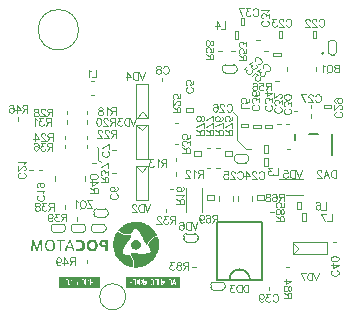
<source format=gbo>
G04*
G04 #@! TF.GenerationSoftware,Altium Limited,Altium Designer,24.9.1 (31)*
G04*
G04 Layer_Color=10085887*
%FSLAX43Y43*%
%MOMM*%
G71*
G04*
G04 #@! TF.SameCoordinates,EB6F8884-3A13-42B7-98C6-1BA732C3788B*
G04*
G04*
G04 #@! TF.FilePolarity,Positive*
G04*
G01*
G75*
%ADD10C,0.100*%
%ADD11C,0.120*%
%ADD13C,0.200*%
G36*
X-12209Y-20270D02*
X-12228Y-20272D01*
X-12236Y-20373D01*
X-12247Y-20493D01*
X-12252Y-20559D01*
X-12263Y-20678D01*
X-12269Y-20744D01*
X-12280Y-20864D01*
X-12285Y-20929D01*
X-12296Y-21049D01*
X-12301Y-21114D01*
X-12307Y-21174D01*
X-12310Y-21215D01*
X-12192Y-21218D01*
X-12184Y-21188D01*
X-12176Y-21071D01*
X-12171Y-21000D01*
X-12160Y-20869D01*
X-12154Y-20798D01*
X-12138Y-20602D01*
X-12132Y-20531D01*
X-12127Y-20493D01*
X-11923Y-21123D01*
X-11890Y-21215D01*
X-11762Y-21218D01*
X-11748Y-21183D01*
X-11726Y-21112D01*
X-11528Y-20493D01*
X-11522Y-20515D01*
X-11511Y-20646D01*
X-11506Y-20717D01*
X-11489Y-20913D01*
X-11484Y-20984D01*
X-11468Y-21180D01*
X-11462Y-21218D01*
X-11340Y-21215D01*
X-11345Y-21128D01*
X-11350Y-21106D01*
X-11359Y-20995D01*
X-11364Y-20929D01*
X-11369Y-20869D01*
X-11380Y-20738D01*
X-11386Y-20678D01*
X-11397Y-20548D01*
X-11402Y-20488D01*
X-11408Y-20422D01*
X-11413Y-20362D01*
X-11419Y-20297D01*
X-11424Y-20270D01*
X-11574Y-20272D01*
X-11582Y-20302D01*
X-11596Y-20349D01*
X-11628Y-20452D01*
X-11656Y-20540D01*
X-11688Y-20643D01*
X-11716Y-20730D01*
X-11748Y-20834D01*
X-11803Y-21008D01*
X-11827Y-21076D01*
X-11890Y-20872D01*
X-12064Y-20305D01*
X-12078Y-20270D01*
X-12203Y-20270D01*
X-12209Y-20270D01*
D02*
G37*
G36*
X-10786Y-20264D02*
X-10803Y-20270D01*
X-10846Y-20281D01*
X-10874Y-20292D01*
X-10944Y-20330D01*
X-10993Y-20368D01*
X-11023Y-20398D01*
X-11029Y-20409D01*
X-11040Y-20420D01*
X-11045Y-20431D01*
X-11067Y-20463D01*
X-11089Y-20512D01*
X-11102Y-20548D01*
X-11113Y-20591D01*
X-11119Y-20619D01*
X-11124Y-20651D01*
X-11130Y-20722D01*
X-11132Y-20763D01*
X-11127Y-20779D01*
X-11122Y-20877D01*
X-11116Y-20894D01*
X-11108Y-20924D01*
X-11102Y-20945D01*
X-11081Y-21000D01*
X-11056Y-21046D01*
X-11004Y-21114D01*
X-10972Y-21147D01*
X-10961Y-21153D01*
X-10950Y-21163D01*
X-10857Y-21207D01*
X-10819Y-21218D01*
X-10797Y-21223D01*
X-10759Y-21229D01*
X-10677Y-21234D01*
X-10661Y-21229D01*
X-10596Y-21223D01*
X-10579Y-21218D01*
X-10528Y-21199D01*
X-10454Y-21158D01*
X-10443Y-21147D01*
X-10432Y-21142D01*
X-10375Y-21084D01*
X-10369Y-21074D01*
X-10359Y-21063D01*
X-10310Y-20959D01*
X-10293Y-20905D01*
X-10288Y-20883D01*
X-10282Y-20845D01*
X-10277Y-20790D01*
X-10282Y-20627D01*
X-10288Y-20610D01*
X-10296Y-20575D01*
X-10318Y-20515D01*
X-10329Y-20488D01*
X-10361Y-20433D01*
X-10405Y-20379D01*
X-10443Y-20341D01*
X-10454Y-20335D01*
X-10459Y-20330D01*
X-10465D01*
X-10476Y-20319D01*
X-10487Y-20313D01*
X-10557Y-20281D01*
X-10623Y-20264D01*
X-10694Y-20259D01*
X-10786Y-20264D01*
D02*
G37*
G36*
X-9748Y-20839D02*
X-9746Y-20384D01*
X-9470Y-20381D01*
X-9473Y-20270D01*
X-10151Y-20272D01*
X-10149Y-20384D01*
X-9871Y-20390D01*
X-9865Y-21218D01*
X-9748Y-21215D01*
X-9748Y-20845D01*
X-9748Y-20839D01*
D02*
G37*
G36*
X-9097Y-20275D02*
X-9116Y-20322D01*
X-9130Y-20357D01*
X-9293Y-20793D01*
X-9296Y-20796D01*
Y-20801D01*
X-9310Y-20837D01*
X-9440Y-21185D01*
X-9448Y-21215D01*
X-9326Y-21218D01*
X-9318Y-21210D01*
X-9299Y-21158D01*
X-9282Y-21114D01*
X-9260Y-21055D01*
X-9228Y-20967D01*
X-8827Y-20970D01*
X-8816Y-20997D01*
X-8797Y-21049D01*
X-8770Y-21125D01*
X-8748Y-21185D01*
X-8737Y-21218D01*
X-8615Y-21215D01*
X-8637Y-21161D01*
X-8650Y-21125D01*
X-8661Y-21098D01*
X-8694Y-21011D01*
X-8705Y-20984D01*
X-8737Y-20896D01*
X-8748Y-20869D01*
X-8781Y-20782D01*
X-8792Y-20755D01*
X-8825Y-20668D01*
X-8835Y-20640D01*
X-8868Y-20553D01*
X-8879Y-20526D01*
X-8912Y-20439D01*
X-8923Y-20411D01*
X-8955Y-20324D01*
X-8977Y-20270D01*
X-9097Y-20275D01*
D02*
G37*
G36*
X-7879Y-21112D02*
X-7841Y-21074D01*
X-7835Y-21063D01*
X-7825Y-21052D01*
X-7775Y-20948D01*
X-7765Y-20910D01*
X-7754Y-20866D01*
X-7748Y-20796D01*
X-7746Y-20744D01*
X-7751Y-20668D01*
X-7762Y-20602D01*
X-7767Y-20580D01*
X-7775Y-20550D01*
X-7786Y-20523D01*
X-7830Y-20441D01*
X-7841Y-20431D01*
X-7846Y-20420D01*
X-7863Y-20403D01*
X-7868Y-20392D01*
X-7887Y-20373D01*
X-7898Y-20368D01*
X-7920Y-20346D01*
X-7931Y-20341D01*
X-7963Y-20319D01*
X-8023Y-20292D01*
X-8094Y-20270D01*
X-8132Y-20264D01*
X-8154Y-20259D01*
X-8241Y-20253D01*
X-8350Y-20259D01*
X-8367Y-20264D01*
X-8408Y-20272D01*
X-8429Y-20278D01*
X-8484Y-20300D01*
X-8476Y-20341D01*
X-8470Y-20362D01*
X-8462Y-20392D01*
X-8446Y-20458D01*
X-8440Y-20469D01*
X-8438Y-20471D01*
X-8410Y-20460D01*
X-8345Y-20450D01*
X-8307Y-20444D01*
X-8176Y-20450D01*
X-8149Y-20460D01*
X-8113Y-20474D01*
X-8059Y-20507D01*
X-8015Y-20550D01*
X-8010Y-20561D01*
X-7983Y-20621D01*
X-7972Y-20665D01*
X-7966Y-20703D01*
X-7972Y-20828D01*
X-7977Y-20845D01*
X-7991Y-20880D01*
X-8002Y-20907D01*
X-8010Y-20916D01*
X-8015Y-20926D01*
X-8040Y-20956D01*
X-8062Y-20978D01*
X-8072Y-20984D01*
X-8083Y-20995D01*
X-8132Y-21016D01*
X-8171Y-21027D01*
X-8192Y-21033D01*
X-8247Y-21038D01*
X-8356Y-21033D01*
X-8372Y-21027D01*
X-8394Y-21022D01*
X-8429Y-21008D01*
X-8443Y-21005D01*
X-8451Y-21035D01*
X-8468Y-21101D01*
X-8476Y-21136D01*
X-8481Y-21158D01*
X-8484Y-21177D01*
X-8476Y-21185D01*
X-8421Y-21207D01*
X-8383Y-21218D01*
X-8340Y-21229D01*
X-8285Y-21234D01*
X-8122Y-21229D01*
X-8105Y-21223D01*
X-8070Y-21215D01*
X-8048Y-21210D01*
X-7993Y-21188D01*
X-7920Y-21147D01*
X-7909Y-21136D01*
X-7898Y-21131D01*
X-7882Y-21114D01*
X-7879Y-21112D01*
D02*
G37*
G36*
X-3286Y-18751D02*
X-3226Y-18757D01*
X-3138Y-18768D01*
X-3106Y-18773D01*
X-3078Y-18778D01*
X-3046Y-18784D01*
X-3010Y-18792D01*
X-2994Y-18798D01*
X-2989D01*
X-2923Y-18814D01*
X-2885Y-18825D01*
X-2757Y-18866D01*
X-2722Y-18879D01*
X-2683Y-18896D01*
X-2656Y-18907D01*
X-2553Y-18956D01*
X-2471Y-18999D01*
X-2460Y-19005D01*
X-2416Y-19032D01*
X-2405Y-19037D01*
X-2373Y-19059D01*
X-2362Y-19065D01*
X-2324Y-19092D01*
X-2313Y-19097D01*
X-2302Y-19108D01*
X-2291Y-19114D01*
X-2253Y-19141D01*
X-2242Y-19146D01*
X-2231Y-19157D01*
X-2220Y-19163D01*
X-2209Y-19174D01*
X-2198Y-19179D01*
X-2187Y-19190D01*
X-2177Y-19195D01*
X-2166Y-19206D01*
X-2155Y-19212D01*
X-2122Y-19244D01*
X-2111Y-19250D01*
X-2078Y-19283D01*
X-2068Y-19288D01*
X-1961Y-19394D01*
X-1956Y-19405D01*
X-1923Y-19438D01*
X-1918Y-19449D01*
X-1890Y-19476D01*
X-1885Y-19487D01*
X-1874Y-19498D01*
X-1869Y-19509D01*
X-1852Y-19525D01*
X-1847Y-19536D01*
X-1836Y-19547D01*
X-1831Y-19558D01*
X-1820Y-19569D01*
X-1814Y-19580D01*
X-1787Y-19618D01*
X-1781Y-19629D01*
X-1754Y-19667D01*
X-1749Y-19678D01*
X-1722Y-19721D01*
X-1623Y-19912D01*
X-1618Y-19934D01*
X-1626Y-19937D01*
X-1692Y-19953D01*
X-1779Y-19980D01*
X-1833Y-20002D01*
X-1937Y-20051D01*
X-1980Y-20078D01*
X-1991Y-20084D01*
X-2062Y-20133D01*
X-2073Y-20138D01*
X-2084Y-20149D01*
X-2095Y-20154D01*
X-2117Y-20176D01*
X-2128Y-20182D01*
X-2177Y-20231D01*
X-2187Y-20236D01*
X-2212Y-20261D01*
X-2217Y-20272D01*
X-2250Y-20304D01*
X-2264Y-20323D01*
X-2288Y-20353D01*
X-2326Y-20402D01*
X-2332Y-20413D01*
X-2359Y-20451D01*
X-2386Y-20501D01*
X-2411Y-20541D01*
X-2438Y-20601D01*
X-2460Y-20656D01*
X-2482Y-20716D01*
X-2504Y-20705D01*
X-2520Y-20689D01*
X-2531Y-20683D01*
X-2593Y-20620D01*
X-2599Y-20610D01*
X-2615Y-20593D01*
X-2621Y-20582D01*
X-2632Y-20571D01*
X-2637Y-20560D01*
X-2648Y-20550D01*
X-2653Y-20539D01*
X-2675Y-20506D01*
X-2749Y-20367D01*
X-2771Y-20313D01*
X-2787Y-20269D01*
X-2806Y-20217D01*
X-2841Y-20105D01*
X-2855Y-20070D01*
X-2877Y-20016D01*
X-2975Y-19814D01*
X-3002Y-19770D01*
X-3008Y-19759D01*
X-3046Y-19705D01*
X-3051Y-19694D01*
X-3062Y-19683D01*
X-3068Y-19672D01*
X-3078Y-19661D01*
X-3084Y-19650D01*
X-3095Y-19640D01*
X-3100Y-19629D01*
X-3128Y-19601D01*
X-3133Y-19590D01*
X-3250Y-19473D01*
X-3261Y-19468D01*
X-3277Y-19451D01*
X-3296Y-19438D01*
X-3365Y-19386D01*
X-3375Y-19381D01*
X-3408Y-19359D01*
X-3512Y-19304D01*
X-3534Y-19299D01*
X-3574Y-19340D01*
X-3580Y-19351D01*
X-3604Y-19375D01*
X-3664Y-19451D01*
X-3689Y-19481D01*
X-3702Y-19501D01*
X-3776Y-19612D01*
X-3847Y-19749D01*
X-3863Y-19787D01*
X-3880Y-19792D01*
X-3942Y-19800D01*
X-3959Y-19806D01*
X-4155Y-19811D01*
X-4242Y-19806D01*
X-4264Y-19800D01*
X-4329Y-19789D01*
X-4373Y-19778D01*
X-4411Y-19768D01*
X-4465Y-19751D01*
X-4520Y-19729D01*
X-4656Y-19664D01*
X-4694Y-19637D01*
X-4705Y-19631D01*
X-4743Y-19604D01*
X-4754Y-19599D01*
X-4765Y-19588D01*
X-4776Y-19582D01*
X-4792Y-19566D01*
X-4803Y-19560D01*
X-4831Y-19533D01*
X-4841Y-19528D01*
X-4915Y-19454D01*
X-4920Y-19438D01*
X-4893Y-19411D01*
X-4888Y-19400D01*
X-4833Y-19345D01*
X-4828Y-19334D01*
X-4781Y-19288D01*
X-4771Y-19283D01*
X-4716Y-19228D01*
X-4705Y-19223D01*
X-4678Y-19195D01*
X-4667Y-19190D01*
X-4651Y-19174D01*
X-4640Y-19168D01*
X-4632Y-19160D01*
X-4563Y-19108D01*
X-4553Y-19103D01*
X-4542Y-19092D01*
X-4531Y-19086D01*
X-4493Y-19059D01*
X-4482Y-19054D01*
X-4449Y-19032D01*
X-4438Y-19026D01*
X-4395Y-18999D01*
X-4313Y-18956D01*
X-4302Y-18950D01*
X-4209Y-18907D01*
X-4163Y-18887D01*
X-4119Y-18871D01*
X-3986Y-18825D01*
X-3956Y-18817D01*
X-3869Y-18795D01*
X-3841Y-18789D01*
X-3820Y-18784D01*
X-3787Y-18778D01*
X-3760Y-18773D01*
X-3697Y-18765D01*
X-3681Y-18759D01*
X-3593Y-18754D01*
X-3577Y-18749D01*
X-3286Y-18751D01*
D02*
G37*
G36*
X-3354Y-20291D02*
X-3332Y-20296D01*
X-3277Y-20313D01*
X-3228Y-20334D01*
X-3196Y-20356D01*
X-3185Y-20362D01*
X-3168Y-20378D01*
X-3157Y-20383D01*
X-3130Y-20411D01*
X-3078Y-20479D01*
X-3057Y-20517D01*
X-3049Y-20536D01*
X-3029Y-20588D01*
X-3024Y-20604D01*
X-3019Y-20735D01*
X-3024Y-20773D01*
X-3029Y-20795D01*
X-3040Y-20833D01*
X-3062Y-20882D01*
X-3084Y-20920D01*
X-3089Y-20931D01*
X-3106Y-20947D01*
X-3111Y-20958D01*
X-3147Y-20994D01*
X-3196Y-21032D01*
X-3277Y-21075D01*
X-3305Y-21086D01*
X-3326Y-21092D01*
X-3343Y-21097D01*
X-3457Y-21103D01*
X-3523Y-21092D01*
X-3561Y-21081D01*
X-3588Y-21070D01*
X-3626Y-21054D01*
X-3664Y-21026D01*
X-3675Y-21021D01*
X-3735Y-20961D01*
X-3760Y-20931D01*
X-3801Y-20857D01*
X-3817Y-20814D01*
X-3831Y-20757D01*
X-3836Y-20719D01*
X-3831Y-20631D01*
X-3814Y-20566D01*
X-3803Y-20539D01*
X-3787Y-20501D01*
X-3765Y-20468D01*
X-3760Y-20457D01*
X-3743Y-20441D01*
X-3738Y-20430D01*
X-3705Y-20397D01*
X-3637Y-20345D01*
X-3591Y-20321D01*
X-3563Y-20310D01*
X-3561Y-20307D01*
X-3523Y-20296D01*
X-3506Y-20291D01*
X-3408Y-20285D01*
X-3354Y-20291D01*
D02*
G37*
G36*
X-5808Y-21215D02*
X-6007Y-21218D01*
X-6010Y-20926D01*
X-6072Y-20924D01*
X-6176Y-20918D01*
X-6231Y-20913D01*
X-6274Y-20902D01*
X-6312Y-20891D01*
X-6394Y-20853D01*
X-6405Y-20842D01*
X-6416Y-20837D01*
X-6451Y-20801D01*
X-6454Y-20798D01*
X-6457Y-20790D01*
X-6465Y-20782D01*
X-6487Y-20749D01*
X-6498Y-20722D01*
X-6511Y-20687D01*
X-6517Y-20670D01*
X-6522Y-20545D01*
X-6517Y-20523D01*
X-6511Y-20485D01*
X-6489Y-20431D01*
X-6468Y-20398D01*
X-6462Y-20387D01*
X-6432Y-20357D01*
X-6421Y-20351D01*
X-6413Y-20343D01*
X-6369Y-20316D01*
X-6315Y-20294D01*
X-6258Y-20281D01*
X-6241Y-20275D01*
X-5811Y-20270D01*
X-5808Y-21215D01*
D02*
G37*
G36*
X-7072Y-20256D02*
X-7029Y-20262D01*
X-6993Y-20270D01*
X-6955Y-20281D01*
X-6863Y-20324D01*
X-6852Y-20335D01*
X-6841Y-20341D01*
X-6825Y-20357D01*
X-6814Y-20362D01*
X-6789Y-20387D01*
X-6784Y-20398D01*
X-6773Y-20409D01*
X-6759Y-20428D01*
X-6721Y-20488D01*
X-6710Y-20515D01*
X-6688Y-20575D01*
X-6680Y-20610D01*
X-6675Y-20627D01*
X-6669Y-20785D01*
X-6675Y-20856D01*
X-6680Y-20872D01*
Y-20877D01*
Y-20883D01*
X-6686Y-20905D01*
X-6702Y-20959D01*
X-6746Y-21052D01*
X-6756Y-21063D01*
X-6762Y-21074D01*
X-6778Y-21090D01*
X-6784Y-21101D01*
X-6797Y-21114D01*
X-6808Y-21120D01*
X-6830Y-21142D01*
X-6841Y-21147D01*
X-6849Y-21155D01*
X-6904Y-21188D01*
X-6931Y-21199D01*
X-6974Y-21215D01*
X-7010Y-21223D01*
X-7026Y-21229D01*
X-7168Y-21234D01*
X-7244Y-21223D01*
X-7266Y-21218D01*
X-7304Y-21207D01*
X-7397Y-21163D01*
X-7408Y-21158D01*
X-7419Y-21147D01*
X-7429Y-21142D01*
X-7465Y-21106D01*
X-7503Y-21057D01*
X-7538Y-20995D01*
X-7560Y-20935D01*
X-7574Y-20877D01*
X-7579Y-20861D01*
X-7585Y-20708D01*
X-7579Y-20654D01*
X-7574Y-20616D01*
X-7563Y-20572D01*
X-7552Y-20534D01*
X-7541Y-20507D01*
X-7525Y-20469D01*
X-7503Y-20436D01*
X-7498Y-20425D01*
X-7487Y-20414D01*
X-7481Y-20403D01*
X-7432Y-20354D01*
X-7380Y-20319D01*
X-7334Y-20294D01*
X-7290Y-20278D01*
X-7260Y-20270D01*
X-7244Y-20264D01*
X-7190Y-20259D01*
X-7173Y-20253D01*
X-7072Y-20256D01*
D02*
G37*
G36*
X-1569Y-20059D02*
X-1558Y-20086D01*
X-1539Y-20149D01*
X-1512Y-20258D01*
X-1506Y-20285D01*
X-1501Y-20318D01*
X-1495Y-20345D01*
X-1490Y-20378D01*
X-1482Y-20451D01*
X-1476Y-20468D01*
X-1471Y-20708D01*
X-1476Y-20860D01*
X-1482Y-20882D01*
X-1487Y-20937D01*
X-1493Y-20975D01*
X-1498Y-20996D01*
X-1514Y-21089D01*
X-1531Y-21154D01*
X-1553Y-21231D01*
X-1583Y-21326D01*
X-1596Y-21362D01*
X-1618Y-21416D01*
X-1716Y-21618D01*
X-1738Y-21656D01*
X-1743Y-21667D01*
X-1781Y-21727D01*
X-1787Y-21738D01*
X-1841Y-21814D01*
X-1847Y-21825D01*
X-1863Y-21841D01*
X-1869Y-21852D01*
X-1880Y-21863D01*
X-1885Y-21874D01*
X-1901Y-21890D01*
X-1907Y-21901D01*
X-1929Y-21923D01*
X-1934Y-21934D01*
X-1967Y-21966D01*
X-1972Y-21977D01*
X-2106Y-22111D01*
X-2117Y-22116D01*
X-2149Y-22149D01*
X-2160Y-22154D01*
X-2182Y-22176D01*
X-2193Y-22182D01*
X-2204Y-22193D01*
X-2223Y-22206D01*
X-2329Y-22285D01*
X-2367Y-22307D01*
X-2405Y-22334D01*
X-2444Y-22356D01*
X-2667Y-22471D01*
X-2697Y-22484D01*
X-2751Y-22506D01*
X-2795Y-22522D01*
X-2896Y-22558D01*
X-2926Y-22566D01*
X-3035Y-22593D01*
X-3089Y-22604D01*
X-3122Y-22610D01*
X-3193Y-22620D01*
X-3299Y-22629D01*
X-3316Y-22634D01*
X-3531Y-22631D01*
X-3648Y-22623D01*
X-3656Y-22615D01*
X-3651Y-22599D01*
X-3643Y-22569D01*
X-3632Y-22525D01*
X-3621Y-22471D01*
X-3613Y-22408D01*
X-3607Y-22392D01*
X-3602Y-22212D01*
X-3607Y-22174D01*
X-3613Y-22103D01*
X-3618Y-22081D01*
X-3629Y-22016D01*
X-3645Y-21950D01*
X-3672Y-21863D01*
X-3694Y-21808D01*
X-3732Y-21727D01*
X-3776Y-21645D01*
X-3831Y-21569D01*
X-3836Y-21558D01*
X-3852Y-21541D01*
X-3858Y-21531D01*
X-3880Y-21509D01*
X-3885Y-21498D01*
X-3901Y-21481D01*
X-3907Y-21465D01*
X-3882Y-21446D01*
X-3855Y-21430D01*
X-3847Y-21422D01*
X-3820Y-21411D01*
X-3760Y-21389D01*
X-3713Y-21381D01*
X-3697Y-21375D01*
X-3514Y-21378D01*
X-3471Y-21383D01*
X-3405Y-21394D01*
X-3384Y-21400D01*
X-3329Y-21411D01*
X-3307Y-21416D01*
X-3280Y-21422D01*
X-3247Y-21427D01*
X-3220Y-21432D01*
X-3157Y-21441D01*
X-3141Y-21446D01*
X-3065Y-21451D01*
X-3049Y-21457D01*
X-2792Y-21462D01*
X-2672Y-21457D01*
X-2651Y-21451D01*
X-2577Y-21443D01*
X-2544Y-21438D01*
X-2517Y-21432D01*
X-2482Y-21424D01*
X-2444Y-21413D01*
X-2356Y-21386D01*
X-2220Y-21321D01*
X-2209Y-21315D01*
X-2171Y-21288D01*
X-2160Y-21283D01*
X-2157Y-21274D01*
X-2168Y-21236D01*
X-2196Y-21149D01*
X-2228Y-21067D01*
X-2305Y-20909D01*
X-2332Y-20866D01*
X-2337Y-20855D01*
X-2359Y-20822D01*
X-2365Y-20811D01*
X-2392Y-20773D01*
X-2397Y-20762D01*
X-2414Y-20746D01*
X-2408Y-20724D01*
X-2386Y-20669D01*
X-2321Y-20533D01*
X-2294Y-20490D01*
X-2272Y-20451D01*
X-2261Y-20441D01*
X-2256Y-20430D01*
X-2245Y-20419D01*
X-2239Y-20408D01*
X-2223Y-20392D01*
X-2217Y-20381D01*
X-2185Y-20348D01*
X-2179Y-20337D01*
X-2117Y-20274D01*
X-2106Y-20269D01*
X-2068Y-20231D01*
X-2057Y-20225D01*
X-2046Y-20214D01*
X-2035Y-20209D01*
X-2019Y-20193D01*
X-2013D01*
X-2010Y-20190D01*
X-1942Y-20144D01*
X-1814Y-20075D01*
X-1732Y-20043D01*
X-1681Y-20024D01*
X-1643Y-20013D01*
X-1626Y-20007D01*
X-1588Y-20002D01*
X-1569Y-20059D01*
D02*
G37*
G36*
X-4880Y-19604D02*
X-4869Y-19610D01*
X-4850Y-19629D01*
X-4781Y-19680D01*
X-4762Y-19694D01*
X-4730Y-19716D01*
X-4626Y-19776D01*
X-4566Y-19803D01*
X-4539Y-19814D01*
X-4495Y-19830D01*
X-4460Y-19844D01*
X-4414Y-19857D01*
X-4370Y-19868D01*
X-4316Y-19879D01*
X-4258Y-19887D01*
X-4242Y-19893D01*
X-4106Y-19898D01*
X-3986Y-19893D01*
X-3964Y-19887D01*
X-3871Y-19877D01*
X-3855Y-19871D01*
X-3852Y-19874D01*
X-3847Y-19885D01*
X-3841Y-19923D01*
X-3847Y-19994D01*
X-3858Y-20037D01*
X-3869Y-20075D01*
X-3923Y-20190D01*
X-3978Y-20266D01*
X-3983Y-20277D01*
X-4005Y-20299D01*
X-4010Y-20310D01*
X-4043Y-20343D01*
X-4049Y-20353D01*
X-4087Y-20392D01*
X-4092Y-20402D01*
X-4125Y-20435D01*
X-4130Y-20446D01*
X-4152Y-20468D01*
X-4157Y-20479D01*
X-4168Y-20490D01*
X-4207Y-20539D01*
X-4272Y-20626D01*
X-4337Y-20724D01*
X-4343Y-20735D01*
X-4365Y-20768D01*
X-4463Y-20958D01*
X-4476Y-20988D01*
X-4493Y-21032D01*
X-4525Y-21125D01*
X-4547Y-21212D01*
X-4555Y-21258D01*
X-4561Y-21274D01*
X-4566Y-21460D01*
X-4555Y-21487D01*
X-4490Y-21503D01*
X-4463Y-21509D01*
X-4397Y-21520D01*
X-4335Y-21528D01*
X-4318Y-21533D01*
X-4111Y-21539D01*
X-4024Y-21533D01*
X-3969Y-21528D01*
X-3942Y-21566D01*
X-3890Y-21634D01*
X-3874Y-21661D01*
X-3847Y-21699D01*
X-3814Y-21759D01*
X-3806Y-21768D01*
X-3779Y-21828D01*
X-3768Y-21855D01*
X-3727Y-21972D01*
X-3722Y-21994D01*
X-3716Y-22010D01*
X-3711Y-22054D01*
X-3708Y-22056D01*
X-3700Y-22108D01*
X-3694Y-22125D01*
X-3689Y-22343D01*
X-3694Y-22381D01*
X-3702Y-22454D01*
X-3708Y-22487D01*
X-3716Y-22522D01*
X-3727Y-22566D01*
X-3741Y-22612D01*
X-3781Y-22604D01*
X-3814Y-22599D01*
X-3850Y-22590D01*
X-3893Y-22580D01*
X-3931Y-22569D01*
X-4049Y-22533D01*
X-4084Y-22520D01*
X-4166Y-22487D01*
X-4335Y-22405D01*
X-4395Y-22372D01*
X-4427Y-22351D01*
X-4438Y-22345D01*
X-4471Y-22323D01*
X-4482Y-22318D01*
X-4520Y-22291D01*
X-4531Y-22285D01*
X-4542Y-22274D01*
X-4553Y-22269D01*
X-4563Y-22258D01*
X-4574Y-22253D01*
X-4585Y-22242D01*
X-4596Y-22236D01*
X-4607Y-22225D01*
X-4618Y-22220D01*
X-4640Y-22198D01*
X-4651Y-22193D01*
X-4678Y-22165D01*
X-4689Y-22160D01*
X-4732Y-22116D01*
X-4743Y-22111D01*
X-4806Y-22048D01*
X-4811Y-22037D01*
X-4866Y-21983D01*
X-4871Y-21972D01*
X-4899Y-21945D01*
X-4904Y-21934D01*
X-4920Y-21917D01*
X-4926Y-21907D01*
X-4934Y-21898D01*
X-4986Y-21830D01*
X-4991Y-21819D01*
X-4999Y-21811D01*
X-5021Y-21778D01*
X-5059Y-21719D01*
X-5092Y-21664D01*
X-5163Y-21533D01*
X-5174Y-21506D01*
X-5201Y-21446D01*
X-5223Y-21392D01*
X-5275Y-21242D01*
X-5286Y-21204D01*
X-5294Y-21174D01*
X-5299Y-21146D01*
X-5310Y-21103D01*
X-5321Y-21048D01*
X-5326Y-21016D01*
X-5335Y-20958D01*
X-5340Y-20942D01*
X-5346Y-20849D01*
X-5351Y-20833D01*
X-5348Y-20547D01*
X-5343Y-20487D01*
X-5337Y-20411D01*
X-5329Y-20348D01*
X-5324Y-20326D01*
X-5307Y-20234D01*
X-5291Y-20168D01*
X-5269Y-20092D01*
X-5239Y-19996D01*
X-5226Y-19961D01*
X-5209Y-19923D01*
X-5198Y-19896D01*
X-5117Y-19727D01*
X-5089Y-19683D01*
X-5068Y-19645D01*
X-5062Y-19634D01*
X-4986Y-19525D01*
X-4980Y-19514D01*
X-4972Y-19511D01*
X-4880Y-19604D01*
D02*
G37*
G36*
X-6500Y-24400D02*
X-9938D01*
Y-23400D01*
X-6500D01*
Y-24400D01*
D02*
G37*
G36*
X300D02*
X-4300D01*
Y-23400D01*
X300D01*
Y-24400D01*
D02*
G37*
%LPC*%
G36*
X-10710Y-20373D02*
X-10639Y-20379D01*
X-10623Y-20384D01*
X-10587Y-20398D01*
X-10555Y-20414D01*
X-10536Y-20428D01*
X-10506Y-20452D01*
X-10489Y-20469D01*
X-10484Y-20480D01*
X-10473Y-20490D01*
X-10440Y-20561D01*
X-10429Y-20589D01*
X-10413Y-20681D01*
X-10410Y-20755D01*
X-10416Y-20831D01*
X-10421Y-20864D01*
X-10432Y-20907D01*
X-10448Y-20951D01*
X-10473Y-20997D01*
X-10498Y-21027D01*
X-10536Y-21065D01*
X-10547Y-21071D01*
X-10617Y-21104D01*
X-10639Y-21109D01*
X-10677Y-21114D01*
X-10732Y-21120D01*
X-10748Y-21114D01*
X-10797Y-21109D01*
X-10825Y-21098D01*
X-10874Y-21071D01*
X-10904Y-21046D01*
X-10931Y-21019D01*
X-10936Y-21008D01*
X-10958Y-20975D01*
X-10969Y-20948D01*
X-10974Y-20937D01*
Y-20932D01*
X-10985Y-20894D01*
X-10991Y-20872D01*
X-11002Y-20796D01*
X-10996Y-20632D01*
X-10991Y-20616D01*
X-10983Y-20580D01*
X-10966Y-20537D01*
X-10942Y-20490D01*
X-10917Y-20460D01*
X-10909Y-20452D01*
X-10904Y-20441D01*
X-10884Y-20428D01*
X-10852Y-20406D01*
X-10825Y-20395D01*
X-10786Y-20384D01*
X-10765Y-20379D01*
X-10710Y-20373D01*
D02*
G37*
G36*
X-9026Y-20411D02*
X-8917Y-20711D01*
X-8901Y-20755D01*
X-8879Y-20815D01*
X-8868Y-20853D01*
X-9181Y-20850D01*
X-9173Y-20820D01*
X-9151Y-20760D01*
X-9053Y-20482D01*
X-9032Y-20417D01*
X-9029Y-20414D01*
X-9026Y-20411D01*
D02*
G37*
G36*
X-6111Y-20450D02*
X-6116D01*
X-6192Y-20460D01*
X-6214Y-20466D01*
X-6263Y-20488D01*
X-6277Y-20501D01*
X-6304Y-20550D01*
X-6310Y-20599D01*
X-6304Y-20638D01*
X-6293Y-20665D01*
X-6288Y-20676D01*
X-6263Y-20700D01*
X-6203Y-20733D01*
X-6149Y-20738D01*
X-6132Y-20744D01*
X-6004Y-20741D01*
X-6007Y-20455D01*
X-6111Y-20450D01*
D02*
G37*
G36*
X-7075Y-20439D02*
X-7176Y-20441D01*
X-7198Y-20447D01*
X-7228Y-20455D01*
X-7260Y-20477D01*
X-7271Y-20482D01*
X-7299Y-20510D01*
X-7320Y-20542D01*
X-7348Y-20602D01*
X-7356Y-20638D01*
X-7361Y-20654D01*
X-7367Y-20763D01*
X-7361Y-20817D01*
X-7350Y-20883D01*
X-7340Y-20910D01*
X-7334Y-20932D01*
X-7312Y-20965D01*
X-7307Y-20975D01*
X-7271Y-21011D01*
X-7211Y-21044D01*
X-7190Y-21049D01*
X-7173Y-21055D01*
X-7089Y-21052D01*
X-7053Y-21044D01*
X-6993Y-21016D01*
X-6947Y-20970D01*
X-6925Y-20932D01*
X-6923Y-20929D01*
X-6917Y-20918D01*
X-6904Y-20883D01*
X-6893Y-20856D01*
X-6887Y-20785D01*
X-6882Y-20768D01*
X-6887Y-20687D01*
X-6893Y-20649D01*
X-6898Y-20627D01*
X-6909Y-20589D01*
X-6920Y-20561D01*
X-6942Y-20529D01*
X-6947Y-20518D01*
X-6983Y-20482D01*
X-7032Y-20455D01*
X-7059Y-20444D01*
X-7075Y-20439D01*
D02*
G37*
G36*
X-8806Y-23604D02*
X-8939D01*
D01*
X-8806D01*
D02*
G37*
G36*
X-7780D02*
Y-23716D01*
X-7781Y-23712D01*
Y-23709D01*
X-7782Y-23704D01*
X-7785Y-23693D01*
X-7789Y-23680D01*
X-7795Y-23667D01*
X-7803Y-23652D01*
X-7808Y-23646D01*
X-7814Y-23639D01*
X-7814Y-23638D01*
X-7815Y-23638D01*
X-7817Y-23636D01*
X-7820Y-23633D01*
X-7827Y-23628D01*
X-7837Y-23621D01*
X-7849Y-23615D01*
X-7863Y-23609D01*
X-7880Y-23605D01*
X-7888Y-23604D01*
X-7897Y-23604D01*
X-7780D01*
X-8015D01*
X-7990D01*
X-7994Y-23604D01*
X-8000Y-23607D01*
X-8004Y-23609D01*
X-8007Y-23612D01*
X-8007D01*
X-8008Y-23613D01*
X-8011Y-23617D01*
X-8013Y-23623D01*
X-8015Y-23626D01*
Y-23621D01*
Y-23631D01*
X-8014Y-23635D01*
X-8012Y-23641D01*
X-8007Y-23647D01*
X-8006Y-23648D01*
X-8002Y-23650D01*
X-7996Y-23653D01*
X-7993Y-23654D01*
X-7988Y-23655D01*
X-7893D01*
X-7888Y-23655D01*
X-7882Y-23657D01*
X-7874Y-23659D01*
X-7867Y-23663D01*
X-7859Y-23667D01*
X-7851Y-23674D01*
X-7851Y-23675D01*
X-7848Y-23677D01*
X-7846Y-23681D01*
X-7842Y-23686D01*
X-7838Y-23693D01*
X-7835Y-23701D01*
X-7833Y-23710D01*
X-7832Y-23720D01*
Y-24012D01*
Y-24014D01*
Y-24017D01*
X-7833Y-24022D01*
X-7834Y-24029D01*
X-7837Y-24036D01*
X-7840Y-24043D01*
X-7845Y-24052D01*
X-7851Y-24059D01*
X-7852Y-24060D01*
X-7855Y-24062D01*
X-7859Y-24065D01*
X-7865Y-24068D01*
X-7871Y-24072D01*
X-7879Y-24075D01*
X-7888Y-24077D01*
X-7897Y-24077D01*
X-7990D01*
X-7994Y-24078D01*
X-8000Y-24081D01*
X-8004Y-24083D01*
X-8007Y-24086D01*
X-8007D01*
X-8008Y-24087D01*
X-8011Y-24091D01*
X-8013Y-24097D01*
X-8015Y-24100D01*
Y-24128D01*
Y-24105D01*
X-8014Y-24109D01*
X-8012Y-24114D01*
X-8007Y-24120D01*
X-8006Y-24122D01*
X-8002Y-24124D01*
X-7996Y-24127D01*
X-7993Y-24128D01*
X-7988Y-24128D01*
X-8015D01*
X-7893D01*
X-7890Y-24128D01*
X-7885D01*
X-7881Y-24127D01*
X-7870Y-24124D01*
X-7857Y-24120D01*
X-7843Y-24114D01*
X-7830Y-24106D01*
X-7823Y-24101D01*
X-7816Y-24095D01*
X-7815Y-24094D01*
X-7814Y-24094D01*
X-7813Y-24092D01*
X-7811Y-24089D01*
X-7805Y-24082D01*
X-7798Y-24072D01*
X-7792Y-24060D01*
X-7786Y-24046D01*
X-7782Y-24030D01*
X-7781Y-24021D01*
X-7780Y-24012D01*
Y-24114D01*
Y-23604D01*
D02*
G37*
G36*
X-9116D02*
X-9387D01*
X-9274D01*
X-9277Y-23604D01*
X-9282D01*
X-9286Y-23605D01*
X-9297Y-23608D01*
X-9311Y-23612D01*
X-9325Y-23618D01*
X-9339Y-23627D01*
X-9345Y-23633D01*
X-9352Y-23638D01*
X-9353Y-23639D01*
X-9353Y-23640D01*
X-9358Y-23644D01*
X-9363Y-23652D01*
X-9370Y-23661D01*
X-9376Y-23673D01*
X-9382Y-23687D01*
X-9386Y-23703D01*
X-9387Y-23712D01*
X-9387Y-23720D01*
D01*
Y-24017D01*
X-9387Y-24021D01*
Y-24024D01*
X-9386Y-24029D01*
X-9383Y-24041D01*
X-9379Y-24053D01*
X-9373Y-24067D01*
X-9364Y-24081D01*
X-9359Y-24088D01*
X-9353Y-24094D01*
X-9352D01*
X-9351Y-24096D01*
X-9349Y-24097D01*
X-9347Y-24100D01*
X-9339Y-24106D01*
X-9330Y-24111D01*
X-9317Y-24117D01*
X-9303Y-24123D01*
X-9287Y-24127D01*
X-9278Y-24128D01*
X-9269Y-24128D01*
X-9228D01*
X-9226Y-24128D01*
X-9221D01*
X-9217Y-24127D01*
X-9206Y-24124D01*
X-9193Y-24120D01*
X-9180Y-24114D01*
X-9166Y-24106D01*
X-9158Y-24101D01*
X-9152Y-24095D01*
X-9151Y-24094D01*
X-9150Y-24094D01*
X-9149Y-24092D01*
X-9146Y-24089D01*
X-9141Y-24082D01*
X-9134Y-24072D01*
X-9127Y-24060D01*
X-9122Y-24046D01*
X-9118Y-24030D01*
X-9117Y-24021D01*
X-9116Y-24012D01*
Y-24110D01*
Y-23604D01*
D02*
G37*
G36*
X-8939D02*
X-8942D01*
X-8946Y-23604D01*
X-8952Y-23607D01*
X-8959Y-23611D01*
X-8959D01*
X-8960Y-23613D01*
X-8963Y-23616D01*
X-8965Y-23621D01*
X-8967Y-23625D01*
Y-24128D01*
Y-24106D01*
X-8966Y-24110D01*
X-8964Y-24116D01*
X-8959Y-24122D01*
X-8958Y-24123D01*
X-8954Y-24125D01*
X-8948Y-24128D01*
X-8940Y-24128D01*
X-8967D01*
X-8939D01*
X-8937Y-24128D01*
X-8931Y-24126D01*
X-8924Y-24124D01*
X-8922Y-24123D01*
X-8920Y-24119D01*
X-8917Y-24112D01*
X-8916Y-24108D01*
X-8915Y-24103D01*
Y-23681D01*
X-8849Y-23757D01*
X-8848Y-23758D01*
X-8844Y-23760D01*
X-8839Y-23763D01*
X-8832Y-23764D01*
X-8830D01*
X-8825Y-23763D01*
X-8819Y-23761D01*
X-8813Y-23757D01*
X-8812Y-23755D01*
X-8809Y-23752D01*
X-8807Y-23746D01*
X-8806Y-23738D01*
Y-23737D01*
X-8806Y-23735D01*
X-8809Y-23729D01*
X-8810Y-23726D01*
X-8812Y-23721D01*
X-8922Y-23611D01*
X-8923Y-23610D01*
X-8927Y-23607D01*
X-8932Y-23605D01*
X-8939Y-23604D01*
D02*
G37*
G36*
X-7399Y-23600D02*
X-7407D01*
X-7411Y-23601D01*
X-7415Y-23603D01*
X-7415Y-23604D01*
X-7418Y-23605D01*
X-7421Y-23609D01*
X-7424Y-23612D01*
X-7427Y-23616D01*
X-7550Y-23823D01*
X-7674Y-23616D01*
X-7675Y-23615D01*
X-7676Y-23613D01*
X-7678Y-23610D01*
X-7681Y-23607D01*
X-7688Y-23602D01*
X-7693Y-23601D01*
X-7698Y-23600D01*
X-7699D01*
D01*
D01*
D01*
X-7723D01*
X-7699D01*
X-7704Y-23601D01*
X-7710Y-23604D01*
X-7713Y-23606D01*
X-7715Y-23609D01*
X-7717Y-23610D01*
X-7719Y-23614D01*
X-7721Y-23621D01*
X-7723Y-23629D01*
Y-24128D01*
Y-24106D01*
X-7722Y-24110D01*
X-7720Y-24116D01*
X-7715Y-24122D01*
X-7714Y-24123D01*
X-7710Y-24125D01*
X-7704Y-24128D01*
X-7696Y-24128D01*
X-7723D01*
X-7379D01*
Y-23627D01*
X-7380Y-23624D01*
Y-23621D01*
X-7382Y-23615D01*
X-7386Y-23608D01*
Y-23607D01*
X-7387Y-23607D01*
X-7390Y-23604D01*
X-7396Y-23601D01*
X-7399Y-23600D01*
D02*
G37*
G36*
X-9006Y-24060D02*
D01*
Y-24093D01*
X-9007Y-24089D01*
X-9010Y-24082D01*
X-9011Y-24077D01*
X-9014Y-24073D01*
X-9015Y-24072D01*
X-9016Y-24071D01*
X-9018Y-24069D01*
X-9021Y-24066D01*
X-9024Y-24064D01*
X-9029Y-24062D01*
X-9035Y-24060D01*
X-9041Y-24060D01*
X-9043D01*
X-9046Y-24060D01*
X-9049Y-24061D01*
X-9053Y-24063D01*
X-9057Y-24064D01*
X-9061Y-24067D01*
X-9065Y-24071D01*
X-9066Y-24072D01*
X-9067Y-24072D01*
X-9069Y-24075D01*
X-9071Y-24077D01*
X-9075Y-24085D01*
X-9075Y-24089D01*
X-9076Y-24094D01*
Y-24097D01*
X-9075Y-24099D01*
X-9075Y-24102D01*
X-9073Y-24109D01*
X-9070Y-24113D01*
X-9067Y-24117D01*
X-9066Y-24118D01*
X-9065Y-24119D01*
X-9063Y-24121D01*
X-9060Y-24123D01*
X-9056Y-24125D01*
X-9052Y-24127D01*
X-9047Y-24128D01*
X-9041Y-24128D01*
X-9076D01*
X-9038D01*
X-9035Y-24128D01*
X-9032Y-24127D01*
X-9023Y-24125D01*
X-9019Y-24123D01*
X-9016Y-24120D01*
X-9015Y-24119D01*
X-9014Y-24117D01*
X-9013Y-24115D01*
X-9011Y-24112D01*
X-9007Y-24104D01*
X-9007Y-24100D01*
X-9006Y-24094D01*
Y-24060D01*
D02*
G37*
G36*
X-8293Y-23749D02*
X-8527D01*
D01*
X-8502D01*
X-8506Y-23750D01*
X-8513Y-23752D01*
X-8519Y-23757D01*
X-8520D01*
X-8520Y-23758D01*
X-8523Y-23761D01*
X-8526Y-23767D01*
X-8527Y-23771D01*
Y-23778D01*
X-8526Y-23782D01*
X-8526Y-23784D01*
X-8435Y-24108D01*
Y-24109D01*
X-8433Y-24111D01*
X-8432Y-24114D01*
X-8429Y-24118D01*
X-8426Y-24122D01*
X-8421Y-24126D01*
X-8416Y-24128D01*
X-8410Y-24128D01*
X-8408D01*
X-8404Y-24128D01*
X-8400Y-24126D01*
X-8395Y-24124D01*
X-8394Y-24123D01*
X-8391Y-24120D01*
X-8388Y-24115D01*
X-8384Y-24108D01*
X-8293Y-23782D01*
X-8293Y-23775D01*
Y-24114D01*
Y-23774D01*
D01*
X-8293Y-23770D01*
X-8296Y-23765D01*
X-8300Y-23758D01*
Y-23757D01*
X-8302Y-23757D01*
X-8305Y-23754D01*
X-8311Y-23751D01*
X-8315Y-23749D01*
X-8293D01*
D01*
D02*
G37*
G36*
X-7050Y-23604D02*
X-7321D01*
X-7296D01*
X-7301Y-23604D01*
X-7307Y-23607D01*
X-7313Y-23611D01*
X-7313D01*
X-7314Y-23613D01*
X-7317Y-23616D01*
X-7320Y-23621D01*
X-7321Y-23625D01*
Y-24017D01*
X-7321Y-24021D01*
Y-24024D01*
X-7320Y-24029D01*
X-7317Y-24041D01*
X-7313Y-24053D01*
X-7307Y-24067D01*
X-7299Y-24081D01*
X-7293Y-24088D01*
X-7287Y-24094D01*
X-7286D01*
X-7285Y-24096D01*
X-7283Y-24097D01*
X-7281Y-24100D01*
X-7273Y-24106D01*
X-7264Y-24111D01*
X-7251Y-24117D01*
X-7237Y-24123D01*
X-7221Y-24127D01*
X-7212Y-24128D01*
X-7203Y-24128D01*
X-7110D01*
X-7106Y-24128D01*
X-7099Y-24126D01*
X-7093Y-24122D01*
Y-24121D01*
X-7092Y-24120D01*
X-7090Y-24117D01*
X-7087Y-24111D01*
X-7086Y-24103D01*
Y-24103D01*
X-7087Y-24099D01*
X-7089Y-24094D01*
X-7092Y-24088D01*
Y-24087D01*
X-7094Y-24086D01*
X-7098Y-24083D01*
X-7103Y-24079D01*
X-7108Y-24078D01*
X-7112Y-24077D01*
X-7208D01*
X-7213Y-24077D01*
X-7219Y-24075D01*
X-7226Y-24073D01*
X-7234Y-24069D01*
X-7242Y-24065D01*
X-7250Y-24059D01*
X-7251Y-24058D01*
X-7253Y-24055D01*
X-7256Y-24052D01*
X-7260Y-24046D01*
X-7263Y-24040D01*
X-7267Y-24032D01*
X-7269Y-24023D01*
X-7270Y-24012D01*
Y-23910D01*
X-7162D01*
X-7159Y-23909D01*
X-7155D01*
X-7150Y-23908D01*
X-7140Y-23905D01*
X-7126Y-23902D01*
X-7112Y-23896D01*
X-7098Y-23888D01*
X-7091Y-23882D01*
X-7083Y-23876D01*
X-7083Y-23876D01*
X-7081Y-23873D01*
X-7078Y-23870D01*
X-7074Y-23865D01*
X-7070Y-23859D01*
X-7066Y-23854D01*
X-7058Y-23839D01*
X-7052Y-23818D01*
X-7050Y-23806D01*
Y-23627D01*
Y-23628D01*
X-7051Y-23624D01*
X-7053Y-23618D01*
X-7058Y-23613D01*
Y-23612D01*
X-7059Y-23611D01*
X-7063Y-23608D01*
X-7068Y-23605D01*
X-7072Y-23604D01*
X-7050D01*
D01*
D02*
G37*
%LPD*%
G36*
X-9116Y-23716D02*
X-9117Y-23712D01*
Y-23709D01*
X-9118Y-23704D01*
X-9121Y-23693D01*
X-9124Y-23680D01*
X-9130Y-23667D01*
X-9138Y-23652D01*
X-9143Y-23646D01*
X-9149Y-23639D01*
X-9150Y-23638D01*
X-9151Y-23638D01*
X-9153Y-23636D01*
X-9155Y-23633D01*
X-9163Y-23628D01*
X-9172Y-23621D01*
X-9185Y-23615D01*
X-9199Y-23609D01*
X-9215Y-23605D01*
X-9224Y-23604D01*
X-9233Y-23604D01*
X-9116D01*
Y-23716D01*
D02*
G37*
G36*
X-9223Y-23655D02*
X-9217Y-23657D01*
X-9209Y-23659D01*
X-9202Y-23663D01*
X-9194Y-23667D01*
X-9186Y-23674D01*
X-9186Y-23675D01*
X-9183Y-23678D01*
X-9180Y-23681D01*
X-9177Y-23687D01*
X-9174Y-23694D01*
X-9171Y-23702D01*
X-9169Y-23711D01*
X-9168Y-23720D01*
Y-24012D01*
Y-24014D01*
Y-24017D01*
X-9169Y-24022D01*
X-9170Y-24028D01*
X-9172Y-24035D01*
X-9176Y-24043D01*
X-9180Y-24051D01*
X-9187Y-24058D01*
X-9188Y-24059D01*
X-9191Y-24061D01*
X-9194Y-24064D01*
X-9200Y-24068D01*
X-9207Y-24072D01*
X-9215Y-24075D01*
X-9223Y-24077D01*
X-9233Y-24077D01*
X-9274D01*
X-9279Y-24077D01*
X-9285Y-24075D01*
X-9292Y-24073D01*
X-9300Y-24069D01*
X-9308Y-24065D01*
X-9316Y-24059D01*
X-9316Y-24058D01*
X-9319Y-24055D01*
X-9322Y-24052D01*
X-9326Y-24046D01*
X-9329Y-24040D01*
X-9333Y-24032D01*
X-9335Y-24023D01*
X-9336Y-24012D01*
Y-23720D01*
Y-23719D01*
Y-23716D01*
X-9335Y-23711D01*
X-9333Y-23705D01*
X-9330Y-23698D01*
X-9328Y-23690D01*
X-9322Y-23682D01*
X-9316Y-23675D01*
X-9315Y-23674D01*
X-9312Y-23672D01*
X-9308Y-23668D01*
X-9302Y-23664D01*
X-9296Y-23661D01*
X-9288Y-23658D01*
X-9279Y-23655D01*
X-9269Y-23655D01*
X-9228D01*
X-9223Y-23655D01*
D02*
G37*
G36*
X-7379Y-24128D02*
X-7404D01*
X-7401Y-24128D01*
X-7395Y-24126D01*
X-7388Y-24124D01*
X-7387Y-24123D01*
X-7384Y-24119D01*
X-7381Y-24112D01*
X-7380Y-24108D01*
X-7379Y-24103D01*
Y-24128D01*
D02*
G37*
G36*
X-7573Y-23879D02*
X-7572Y-23880D01*
X-7571Y-23882D01*
X-7569Y-23884D01*
X-7566Y-23886D01*
X-7559Y-23891D01*
X-7555Y-23893D01*
X-7550Y-23893D01*
X-7548D01*
X-7545Y-23893D01*
X-7543Y-23892D01*
X-7539Y-23890D01*
X-7535Y-23888D01*
X-7531Y-23884D01*
X-7528Y-23879D01*
X-7431Y-23701D01*
Y-24103D01*
Y-24104D01*
Y-24106D01*
X-7430Y-24110D01*
X-7427Y-24117D01*
X-7426Y-24120D01*
X-7423Y-24123D01*
X-7421Y-24123D01*
X-7418Y-24126D01*
X-7412Y-24128D01*
X-7404Y-24128D01*
X-7695D01*
X-7693Y-24128D01*
X-7687Y-24126D01*
X-7680Y-24124D01*
X-7679Y-24123D01*
X-7676Y-24119D01*
X-7673Y-24112D01*
X-7672Y-24108D01*
X-7671Y-24103D01*
Y-23701D01*
X-7573Y-23879D01*
D02*
G37*
G36*
X-8323Y-23750D02*
X-8327Y-23751D01*
X-8331Y-23754D01*
X-8333Y-23754D01*
X-8336Y-23757D01*
X-8339Y-23761D01*
X-8342Y-23765D01*
X-8344Y-23769D01*
X-8410Y-24025D01*
X-8475Y-23769D01*
X-8476Y-23768D01*
X-8478Y-23765D01*
X-8480Y-23760D01*
X-8483Y-23756D01*
X-8485Y-23755D01*
X-8488Y-23753D01*
X-8493Y-23751D01*
X-8500Y-23749D01*
X-8320D01*
X-8323Y-23750D01*
D02*
G37*
G36*
X-7081Y-23604D02*
X-7087Y-23607D01*
X-7093Y-23611D01*
X-7094D01*
X-7095Y-23613D01*
X-7098Y-23616D01*
X-7100Y-23621D01*
X-7102Y-23625D01*
Y-23630D01*
Y-23794D01*
Y-23795D01*
Y-23798D01*
X-7103Y-23803D01*
X-7104Y-23810D01*
X-7106Y-23817D01*
X-7110Y-23825D01*
X-7115Y-23833D01*
X-7120Y-23840D01*
X-7121Y-23841D01*
X-7124Y-23843D01*
X-7128Y-23846D01*
X-7134Y-23849D01*
X-7140Y-23853D01*
X-7149Y-23856D01*
X-7157Y-23858D01*
X-7167Y-23859D01*
X-7270D01*
Y-23630D01*
Y-23629D01*
Y-23628D01*
X-7270Y-23624D01*
X-7273Y-23618D01*
X-7277Y-23613D01*
Y-23612D01*
X-7279Y-23611D01*
X-7282Y-23608D01*
X-7287Y-23605D01*
X-7291Y-23604D01*
X-7077D01*
X-7081Y-23604D01*
D02*
G37*
%LPC*%
G36*
X-1253Y-23607D02*
D01*
Y-23631D01*
X-1254Y-23627D01*
X-1256Y-23621D01*
X-1260Y-23616D01*
Y-23615D01*
X-1262Y-23614D01*
X-1266Y-23611D01*
X-1271Y-23608D01*
X-1275Y-23607D01*
X-1280D01*
X-1284Y-23607D01*
X-1290Y-23610D01*
X-1296Y-23614D01*
X-1297D01*
X-1297Y-23616D01*
X-1300Y-23618D01*
X-1303Y-23624D01*
X-1305Y-23628D01*
Y-23633D01*
Y-23826D01*
X-1473D01*
Y-23633D01*
Y-23632D01*
Y-23631D01*
X-1473Y-23627D01*
X-1476Y-23621D01*
X-1480Y-23616D01*
Y-23615D01*
X-1482Y-23614D01*
X-1485Y-23611D01*
X-1490Y-23608D01*
X-1494Y-23607D01*
X-1499D01*
X-1504Y-23607D01*
X-1510Y-23610D01*
X-1515Y-23614D01*
X-1516D01*
X-1517Y-23616D01*
X-1520Y-23618D01*
X-1523Y-23624D01*
X-1524Y-23628D01*
Y-24109D01*
X-1524Y-24113D01*
X-1521Y-24119D01*
X-1517Y-24125D01*
X-1515Y-24126D01*
X-1512Y-24128D01*
X-1505Y-24131D01*
X-1498Y-24131D01*
X-1524D01*
D01*
X-1253D01*
Y-23607D01*
D02*
G37*
G36*
X-1582D02*
D01*
Y-23631D01*
X-1583Y-23628D01*
X-1584Y-23624D01*
X-1585Y-23619D01*
X-1588Y-23615D01*
X-1592Y-23610D01*
X-1599Y-23607D01*
X-1607Y-23607D01*
X-1853D01*
X-1828D01*
X-1831Y-23607D01*
X-1835Y-23608D01*
X-1840Y-23610D01*
X-1845Y-23613D01*
X-1849Y-23618D01*
X-1852Y-23624D01*
X-1853Y-23633D01*
Y-24109D01*
X-1853Y-24113D01*
X-1850Y-24119D01*
X-1846Y-24125D01*
X-1844Y-24126D01*
X-1841Y-24128D01*
X-1834Y-24131D01*
X-1827Y-24131D01*
X-1826D01*
X-1823Y-24131D01*
X-1818Y-24129D01*
X-1810Y-24127D01*
X-1809Y-24126D01*
X-1806Y-24122D01*
X-1803Y-24115D01*
X-1802Y-24111D01*
X-1802Y-24106D01*
Y-23658D01*
X-1634D01*
Y-24106D01*
Y-24107D01*
Y-24109D01*
X-1633Y-24113D01*
X-1631Y-24119D01*
X-1626Y-24125D01*
X-1625Y-24126D01*
X-1621Y-24128D01*
X-1615Y-24131D01*
X-1607Y-24131D01*
X-1763D01*
X-1582D01*
Y-23607D01*
D02*
G37*
G36*
X-2770D02*
D01*
Y-23631D01*
X-2771Y-23627D01*
X-2773Y-23621D01*
X-2777Y-23616D01*
Y-23615D01*
X-2779Y-23614D01*
X-2782Y-23611D01*
X-2788Y-23608D01*
X-2791Y-23607D01*
X-2796D01*
X-2801Y-23607D01*
X-2807Y-23610D01*
X-2813Y-23614D01*
X-2813D01*
X-2814Y-23616D01*
X-2817Y-23618D01*
X-2820Y-23624D01*
X-2822Y-23628D01*
Y-23633D01*
Y-23862D01*
X-2993Y-23618D01*
X-2994Y-23618D01*
X-2995Y-23616D01*
X-2999Y-23613D01*
X-3005Y-23608D01*
X-3009Y-23607D01*
X-3014Y-23607D01*
X-3015D01*
X-3020Y-23607D01*
X-3026Y-23610D01*
X-3029Y-23612D01*
X-3032Y-23615D01*
X-3033D01*
X-3034Y-23616D01*
X-3037Y-23620D01*
X-3040Y-23625D01*
X-3041Y-23629D01*
Y-23634D01*
X-3040Y-23638D01*
X-3039Y-23642D01*
X-3036Y-23647D01*
X-2907Y-23817D01*
X-3038Y-24096D01*
X-3040Y-24103D01*
Y-24103D01*
X-3040Y-24105D01*
Y-24106D01*
Y-24107D01*
X-3040Y-24109D01*
Y-24111D01*
X-3037Y-24118D01*
X-3035Y-24122D01*
X-3032Y-24125D01*
X-3031Y-24126D01*
X-3027Y-24128D01*
X-3020Y-24131D01*
X-3012Y-24131D01*
X-3041D01*
D01*
X-2770D01*
Y-23607D01*
D02*
G37*
G36*
X-394D02*
D01*
Y-23719D01*
X-395Y-23715D01*
Y-23712D01*
X-396Y-23707D01*
X-399Y-23696D01*
X-402Y-23683D01*
X-408Y-23669D01*
X-416Y-23655D01*
X-422Y-23649D01*
X-427Y-23642D01*
X-428Y-23641D01*
X-429Y-23641D01*
X-431Y-23639D01*
X-433Y-23636D01*
X-441Y-23631D01*
X-450Y-23624D01*
X-463Y-23618D01*
X-477Y-23612D01*
X-493Y-23608D01*
X-502Y-23607D01*
X-511Y-23607D01*
X-552D01*
X-555Y-23607D01*
X-560D01*
X-564Y-23608D01*
X-575Y-23611D01*
X-589Y-23615D01*
X-603Y-23621D01*
X-617Y-23630D01*
X-623Y-23635D01*
X-630Y-23641D01*
X-631Y-23642D01*
X-631Y-23643D01*
X-636Y-23647D01*
X-641Y-23655D01*
X-648Y-23664D01*
X-654Y-23676D01*
X-660Y-23690D01*
X-664Y-23706D01*
X-665Y-23715D01*
X-665Y-23723D01*
Y-24020D01*
X-665Y-24024D01*
Y-24027D01*
X-664Y-24032D01*
X-661Y-24043D01*
X-657Y-24056D01*
X-651Y-24070D01*
X-643Y-24084D01*
X-637Y-24091D01*
X-631Y-24097D01*
X-630D01*
X-629Y-24099D01*
X-627Y-24100D01*
X-625Y-24103D01*
X-617Y-24109D01*
X-608Y-24114D01*
X-595Y-24120D01*
X-581Y-24126D01*
X-565Y-24130D01*
X-556Y-24131D01*
X-547Y-24131D01*
X-665D01*
D01*
X-394D01*
Y-23607D01*
D02*
G37*
G36*
X-1911D02*
D01*
Y-23719D01*
X-1912Y-23715D01*
Y-23712D01*
X-1912Y-23707D01*
X-1915Y-23696D01*
X-1919Y-23683D01*
X-1925Y-23669D01*
X-1933Y-23655D01*
X-1938Y-23649D01*
X-1944Y-23642D01*
X-1945Y-23641D01*
X-1946Y-23641D01*
X-1948Y-23639D01*
X-1950Y-23636D01*
X-1957Y-23631D01*
X-1967Y-23624D01*
X-1980Y-23618D01*
X-1994Y-23612D01*
X-2010Y-23608D01*
X-2019Y-23607D01*
X-2028Y-23607D01*
X-2068D01*
X-2072Y-23607D01*
X-2076D01*
X-2081Y-23608D01*
X-2092Y-23611D01*
X-2105Y-23615D01*
X-2119Y-23621D01*
X-2133Y-23630D01*
X-2140Y-23635D01*
X-2147Y-23641D01*
X-2147Y-23642D01*
X-2148Y-23643D01*
X-2153Y-23647D01*
X-2158Y-23655D01*
X-2164Y-23664D01*
X-2171Y-23676D01*
X-2177Y-23690D01*
X-2181Y-23706D01*
X-2181Y-23715D01*
X-2182Y-23723D01*
Y-24020D01*
X-2181Y-24024D01*
Y-24027D01*
X-2181Y-24032D01*
X-2178Y-24043D01*
X-2174Y-24056D01*
X-2167Y-24070D01*
X-2159Y-24084D01*
X-2153Y-24091D01*
X-2147Y-24097D01*
X-2147D01*
X-2146Y-24099D01*
X-2144Y-24100D01*
X-2142Y-24103D01*
X-2134Y-24109D01*
X-2125Y-24114D01*
X-2112Y-24120D01*
X-2098Y-24126D01*
X-2082Y-24130D01*
X-2073Y-24131D01*
X-2064Y-24131D01*
X-2182D01*
D01*
X-1911D01*
Y-23607D01*
D02*
G37*
G36*
X-3428D02*
D01*
Y-23719D01*
X-3428Y-23715D01*
Y-23712D01*
X-3429Y-23707D01*
X-3432Y-23696D01*
X-3436Y-23683D01*
X-3442Y-23669D01*
X-3450Y-23655D01*
X-3455Y-23649D01*
X-3461Y-23642D01*
X-3462Y-23641D01*
X-3462Y-23641D01*
X-3465Y-23639D01*
X-3467Y-23636D01*
X-3474Y-23631D01*
X-3484Y-23624D01*
X-3496Y-23618D01*
X-3510Y-23612D01*
X-3527Y-23608D01*
X-3536Y-23607D01*
X-3544Y-23607D01*
X-3428D01*
X-3662D01*
X-3637D01*
X-3641Y-23607D01*
X-3647Y-23610D01*
X-3651Y-23612D01*
X-3654Y-23615D01*
X-3655D01*
X-3655Y-23616D01*
X-3658Y-23620D01*
X-3660Y-23626D01*
X-3662Y-23629D01*
Y-23634D01*
X-3661Y-23638D01*
X-3659Y-23644D01*
X-3655Y-23650D01*
X-3653Y-23651D01*
X-3649Y-23653D01*
X-3643Y-23656D01*
X-3640Y-23657D01*
X-3635Y-23658D01*
X-3540D01*
X-3535Y-23658D01*
X-3529Y-23660D01*
X-3522Y-23662D01*
X-3514Y-23666D01*
X-3506Y-23670D01*
X-3499Y-23677D01*
X-3498Y-23678D01*
X-3496Y-23680D01*
X-3493Y-23684D01*
X-3489Y-23689D01*
X-3485Y-23696D01*
X-3482Y-23704D01*
X-3480Y-23713D01*
X-3479Y-23723D01*
Y-24015D01*
Y-24017D01*
Y-24020D01*
X-3480Y-24025D01*
X-3482Y-24032D01*
X-3484Y-24039D01*
X-3488Y-24046D01*
X-3492Y-24055D01*
X-3499Y-24062D01*
X-3499Y-24063D01*
X-3502Y-24065D01*
X-3506Y-24068D01*
X-3512Y-24071D01*
X-3519Y-24075D01*
X-3526Y-24077D01*
X-3535Y-24080D01*
X-3544Y-24080D01*
X-3637D01*
X-3641Y-24081D01*
X-3647Y-24084D01*
X-3651Y-24086D01*
X-3654Y-24089D01*
X-3655D01*
X-3655Y-24090D01*
X-3658Y-24094D01*
X-3660Y-24100D01*
X-3662Y-24103D01*
Y-24108D01*
X-3661Y-24111D01*
X-3659Y-24117D01*
X-3655Y-24123D01*
X-3653Y-24125D01*
X-3649Y-24127D01*
X-3643Y-24130D01*
X-3640Y-24131D01*
X-3635Y-24131D01*
X-3662D01*
X-3540D01*
X-3537Y-24131D01*
X-3533D01*
X-3528Y-24130D01*
X-3517Y-24127D01*
X-3505Y-24123D01*
X-3490Y-24117D01*
X-3477Y-24109D01*
X-3470Y-24104D01*
X-3463Y-24098D01*
X-3462Y-24097D01*
X-3462Y-24097D01*
X-3460Y-24094D01*
X-3458Y-24092D01*
X-3452Y-24085D01*
X-3445Y-24075D01*
X-3439Y-24063D01*
X-3434Y-24049D01*
X-3429Y-24033D01*
X-3428Y-24024D01*
X-3428Y-24015D01*
Y-24131D01*
D01*
D01*
Y-23607D01*
D02*
G37*
G36*
X-3720Y-23786D02*
D01*
Y-23811D01*
X-3720Y-23808D01*
X-3723Y-23803D01*
X-3727Y-23796D01*
X-3728Y-23795D01*
X-3728Y-23794D01*
X-3732Y-23791D01*
X-3739Y-23788D01*
X-3743Y-23787D01*
X-3746Y-23786D01*
X-3720D01*
X-3748D01*
X-3751Y-23787D01*
X-3754Y-23788D01*
X-3757Y-23789D01*
X-3761Y-23791D01*
X-3765Y-23794D01*
X-3768Y-23799D01*
X-3865Y-23928D01*
X-3870Y-23941D01*
Y-23942D01*
Y-23943D01*
X-3869Y-23947D01*
X-3868Y-23952D01*
X-3865Y-23957D01*
X-3768Y-24086D01*
Y-24087D01*
X-3766Y-24088D01*
X-3762Y-24092D01*
X-3755Y-24096D01*
X-3751Y-24097D01*
X-3746Y-24098D01*
X-3745D01*
D01*
X-3720D01*
X-3745D01*
X-3740Y-24097D01*
X-3734Y-24095D01*
X-3728Y-24092D01*
Y-24091D01*
X-3727Y-24090D01*
X-3724Y-24086D01*
X-3721Y-24080D01*
X-3720Y-24076D01*
X-3720Y-24072D01*
Y-24098D01*
D01*
D01*
Y-23786D01*
D02*
G37*
G36*
X-946D02*
D01*
Y-23941D01*
X-947Y-23937D01*
X-948Y-23933D01*
X-950Y-23928D01*
X-1048Y-23798D01*
X-1048Y-23797D01*
X-1049Y-23796D01*
X-1054Y-23792D01*
X-1059Y-23788D01*
X-1064Y-23787D01*
X-1068Y-23786D01*
X-946D01*
X-1070D01*
X-1074Y-23787D01*
X-1080Y-23790D01*
X-1084Y-23791D01*
X-1087Y-23794D01*
X-1088D01*
X-1088Y-23796D01*
X-1091Y-23800D01*
X-1094Y-23805D01*
X-1096Y-23809D01*
Y-23813D01*
Y-23814D01*
X-1095Y-23817D01*
X-1093Y-23822D01*
X-1090Y-23827D01*
X-1003Y-23942D01*
X-1090Y-24058D01*
X-1090Y-24059D01*
X-1093Y-24062D01*
X-1095Y-24067D01*
X-1096Y-24073D01*
Y-24074D01*
Y-24075D01*
X-1095Y-24079D01*
X-1092Y-24085D01*
X-1090Y-24088D01*
X-1088Y-24091D01*
X-1086Y-24092D01*
X-1082Y-24094D01*
X-1076Y-24097D01*
X-1068Y-24098D01*
X-946D01*
Y-23786D01*
D02*
G37*
G36*
X-2463D02*
D01*
Y-23941D01*
X-2464Y-23937D01*
X-2465Y-23933D01*
X-2467Y-23928D01*
X-2564Y-23798D01*
X-2565Y-23797D01*
X-2566Y-23796D01*
X-2570Y-23792D01*
X-2576Y-23788D01*
X-2581Y-23787D01*
X-2585Y-23786D01*
X-2587D01*
X-2591Y-23787D01*
X-2597Y-23790D01*
X-2601Y-23791D01*
X-2604Y-23794D01*
X-2604D01*
X-2605Y-23796D01*
X-2608Y-23800D01*
X-2611Y-23805D01*
X-2612Y-23809D01*
Y-23813D01*
Y-23814D01*
X-2612Y-23817D01*
X-2610Y-23822D01*
X-2607Y-23827D01*
X-2519Y-23942D01*
X-2606Y-24058D01*
X-2607Y-24059D01*
X-2609Y-24062D01*
X-2612Y-24067D01*
X-2612Y-24073D01*
Y-24074D01*
Y-24075D01*
X-2612Y-24079D01*
X-2609Y-24085D01*
X-2607Y-24088D01*
X-2604Y-24091D01*
X-2603Y-24092D01*
X-2599Y-24094D01*
X-2592Y-24097D01*
X-2585Y-24098D01*
X-2685D01*
X-2683Y-24097D01*
X-2680Y-24097D01*
X-2677Y-24095D01*
X-2673Y-24094D01*
X-2669Y-24091D01*
X-2666Y-24087D01*
X-2570Y-23958D01*
X-2569Y-23956D01*
X-2567Y-23953D01*
X-2566Y-23948D01*
X-2565Y-23942D01*
Y-23941D01*
Y-23941D01*
X-2566Y-23937D01*
X-2567Y-23933D01*
X-2569Y-23928D01*
X-2666Y-23798D01*
X-2667Y-23797D01*
X-2668Y-23796D01*
X-2672Y-23792D01*
X-2678Y-23788D01*
X-2683Y-23787D01*
X-2687Y-23786D01*
X-2689D01*
X-2693Y-23787D01*
X-2699Y-23790D01*
X-2703Y-23791D01*
X-2706Y-23794D01*
X-2706D01*
X-2707Y-23796D01*
X-2710Y-23800D01*
X-2713Y-23805D01*
X-2714Y-23809D01*
Y-23814D01*
X-2714Y-23817D01*
X-2712Y-23822D01*
X-2709Y-23827D01*
X-2621Y-23942D01*
X-2708Y-24058D01*
X-2709Y-24059D01*
X-2711Y-24062D01*
X-2714Y-24067D01*
X-2714Y-24073D01*
Y-24075D01*
X-2714Y-24079D01*
X-2711Y-24085D01*
X-2709Y-24088D01*
X-2706Y-24091D01*
X-2705Y-24092D01*
X-2701Y-24094D01*
X-2694Y-24097D01*
X-2687Y-24098D01*
X-2714D01*
X-2463D01*
Y-23786D01*
D02*
G37*
G36*
X-1135D02*
X-1198D01*
D01*
X-1172D01*
X-1176Y-23787D01*
X-1182Y-23790D01*
X-1186Y-23791D01*
X-1189Y-23794D01*
X-1190D01*
X-1190Y-23796D01*
X-1193Y-23800D01*
X-1196Y-23805D01*
X-1198Y-23809D01*
Y-23814D01*
X-1197Y-23817D01*
X-1195Y-23822D01*
X-1192Y-23827D01*
X-1105Y-23942D01*
X-1192Y-24058D01*
X-1192Y-24059D01*
X-1195Y-24062D01*
X-1197Y-24067D01*
X-1198Y-24073D01*
Y-24075D01*
X-1197Y-24079D01*
X-1194Y-24085D01*
X-1192Y-24088D01*
X-1190Y-24091D01*
X-1188Y-24092D01*
X-1184Y-24094D01*
X-1178Y-24097D01*
X-1170Y-24098D01*
X-1135D01*
X-1168D01*
X-1166Y-24097D01*
X-1163Y-24097D01*
X-1160Y-24095D01*
X-1156Y-24094D01*
X-1153Y-24091D01*
X-1150Y-24087D01*
X-1053Y-23958D01*
X-1052Y-23956D01*
X-1051Y-23953D01*
X-1049Y-23948D01*
X-1048Y-23942D01*
Y-23941D01*
Y-23941D01*
X-1049Y-23937D01*
X-1050Y-23933D01*
X-1052Y-23928D01*
X-1150Y-23798D01*
X-1150Y-23797D01*
X-1151Y-23796D01*
X-1156Y-23792D01*
X-1161Y-23788D01*
X-1166Y-23787D01*
X-1170Y-23786D01*
X-1135D01*
D02*
G37*
G36*
X-3802D02*
X-3972D01*
X-3850D01*
X-3853Y-23787D01*
X-3856Y-23788D01*
X-3859Y-23789D01*
X-3863Y-23791D01*
X-3867Y-23794D01*
X-3870Y-23799D01*
X-3967Y-23928D01*
X-3972Y-23941D01*
Y-23943D01*
X-3971Y-23947D01*
X-3970Y-23952D01*
X-3967Y-23957D01*
X-3870Y-24086D01*
X-3870Y-24087D01*
X-3869Y-24088D01*
X-3864Y-24092D01*
X-3857Y-24096D01*
X-3853Y-24097D01*
X-3848Y-24098D01*
X-3847D01*
X-3842Y-24097D01*
X-3836Y-24095D01*
X-3830Y-24092D01*
Y-24091D01*
X-3829Y-24090D01*
X-3826Y-24086D01*
X-3823Y-24080D01*
X-3822Y-24076D01*
X-3822Y-24072D01*
Y-24072D01*
Y-24071D01*
X-3822Y-24067D01*
X-3824Y-24063D01*
X-3827Y-24058D01*
X-3915Y-23942D01*
X-3828Y-23828D01*
X-3827Y-23827D01*
X-3825Y-23823D01*
X-3822Y-23818D01*
X-3822Y-23812D01*
Y-23811D01*
X-3822Y-23808D01*
X-3825Y-23803D01*
X-3829Y-23796D01*
X-3830Y-23795D01*
X-3830Y-23794D01*
X-3834Y-23791D01*
X-3841Y-23788D01*
X-3845Y-23787D01*
X-3848Y-23786D01*
X-3802D01*
D02*
G37*
G36*
X-3099Y-23600D02*
X-3346D01*
X-3350Y-23601D01*
X-3356Y-23604D01*
X-3359Y-23606D01*
X-3362Y-23609D01*
X-3363D01*
X-3363Y-23610D01*
X-3366Y-23614D01*
X-3369Y-23621D01*
X-3370Y-23624D01*
Y-24105D01*
X-3369Y-24109D01*
X-3367Y-24115D01*
X-3363Y-24121D01*
X-3361Y-24123D01*
X-3357Y-24125D01*
X-3351Y-24127D01*
X-3343Y-24128D01*
X-3343D01*
X-3340Y-24128D01*
X-3335Y-24126D01*
X-3327Y-24123D01*
X-3326Y-24121D01*
X-3323Y-24117D01*
X-3320Y-24111D01*
X-3319Y-24107D01*
X-3318Y-24103D01*
Y-23719D01*
X-3148Y-24113D01*
X-3148Y-24114D01*
X-3147Y-24116D01*
X-3145Y-24119D01*
X-3142Y-24122D01*
X-3138Y-24125D01*
X-3133Y-24128D01*
X-3128Y-24130D01*
X-3122Y-24131D01*
X-3099D01*
Y-23627D01*
X-3099Y-23624D01*
X-3102Y-23618D01*
X-3106Y-23612D01*
Y-23611D01*
X-3108Y-23610D01*
X-3111Y-23607D01*
X-3116Y-23604D01*
X-3120Y-23603D01*
X-3125D01*
X-3130Y-23604D01*
X-3136Y-23606D01*
X-3142Y-23610D01*
X-3142D01*
X-3143Y-23612D01*
X-3146Y-23615D01*
X-3149Y-23621D01*
X-3150Y-23624D01*
Y-23629D01*
Y-24012D01*
X-3320Y-23618D01*
X-3320Y-23617D01*
X-3321Y-23615D01*
X-3323Y-23612D01*
X-3326Y-23609D01*
X-3330Y-23606D01*
X-3334Y-23603D01*
X-3339Y-23601D01*
X-3345Y-23600D01*
X-3099D01*
D02*
G37*
G36*
X-28Y-23607D02*
Y-24131D01*
D01*
Y-23607D01*
D02*
G37*
G36*
D02*
X-184D01*
X-188Y-23608D01*
X-192Y-23610D01*
X-196Y-23613D01*
X-200Y-23616D01*
X-204Y-23621D01*
X-206Y-23629D01*
X-334Y-24100D01*
X-335Y-24106D01*
Y-24108D01*
X-334Y-24112D01*
X-331Y-24118D01*
X-330Y-24121D01*
X-327Y-24125D01*
X-325Y-24126D01*
X-322Y-24128D01*
X-316Y-24131D01*
X-308Y-24131D01*
X-335D01*
X-123D01*
X-307D01*
X-303Y-24131D01*
X-299Y-24129D01*
X-294Y-24127D01*
X-293Y-24126D01*
X-290Y-24124D01*
X-287Y-24120D01*
X-285Y-24115D01*
X-250Y-23986D01*
X-113D01*
X-79Y-24111D01*
Y-24111D01*
Y-24112D01*
X-78Y-24117D01*
X-75Y-24122D01*
X-70Y-24126D01*
X-69Y-24127D01*
X-66Y-24128D01*
X-61Y-24131D01*
X-54Y-24131D01*
X-53D01*
X-48Y-24131D01*
X-42Y-24128D01*
X-36Y-24125D01*
X-34Y-24123D01*
X-32Y-24120D01*
X-30Y-24113D01*
X-28Y-24105D01*
X-29Y-24100D01*
X-157Y-23629D01*
Y-23628D01*
X-158Y-23625D01*
X-160Y-23622D01*
X-162Y-23618D01*
X-166Y-23614D01*
X-170Y-23610D01*
X-175Y-23608D01*
X-181Y-23607D01*
X-28D01*
D02*
G37*
%LPD*%
G36*
X-1253Y-24131D02*
X-1277D01*
X-1275Y-24131D01*
X-1269Y-24129D01*
X-1262Y-24127D01*
X-1260Y-24126D01*
X-1258Y-24122D01*
X-1255Y-24115D01*
X-1254Y-24111D01*
X-1253Y-24106D01*
Y-24131D01*
D02*
G37*
G36*
X-1305Y-24106D02*
Y-24107D01*
Y-24109D01*
X-1304Y-24113D01*
X-1302Y-24119D01*
X-1297Y-24125D01*
X-1296Y-24126D01*
X-1292Y-24128D01*
X-1286Y-24131D01*
X-1278Y-24131D01*
X-1497D01*
X-1494Y-24131D01*
X-1489Y-24129D01*
X-1482Y-24127D01*
X-1480Y-24126D01*
X-1477Y-24122D01*
X-1474Y-24115D01*
X-1473Y-24111D01*
X-1473Y-24106D01*
Y-23877D01*
X-1305D01*
Y-24106D01*
D02*
G37*
G36*
X-1582Y-24131D02*
X-1606D01*
X-1603Y-24131D01*
X-1598Y-24129D01*
X-1591Y-24127D01*
X-1589Y-24126D01*
X-1586Y-24122D01*
X-1584Y-24115D01*
X-1583Y-24111D01*
X-1582Y-24106D01*
Y-24131D01*
D02*
G37*
G36*
X-2770D02*
X-2794D01*
X-2791Y-24131D01*
X-2786Y-24129D01*
X-2779Y-24127D01*
X-2777Y-24126D01*
X-2774Y-24122D01*
X-2771Y-24115D01*
X-2771Y-24111D01*
X-2770Y-24106D01*
Y-24131D01*
D02*
G37*
G36*
X-2822Y-23933D02*
Y-24106D01*
Y-24107D01*
Y-24109D01*
X-2821Y-24113D01*
X-2819Y-24119D01*
X-2814Y-24125D01*
X-2813Y-24126D01*
X-2809Y-24128D01*
X-2802Y-24131D01*
X-2795Y-24131D01*
X-3012D01*
X-3000Y-24129D01*
X-2992Y-24118D01*
X-2873Y-23856D01*
X-2822Y-23933D01*
D02*
G37*
G36*
X-501Y-23658D02*
X-495Y-23660D01*
X-487Y-23662D01*
X-480Y-23666D01*
X-472Y-23670D01*
X-464Y-23677D01*
X-464Y-23678D01*
X-461Y-23681D01*
X-459Y-23684D01*
X-456Y-23690D01*
X-452Y-23697D01*
X-449Y-23705D01*
X-447Y-23714D01*
X-446Y-23723D01*
Y-24015D01*
Y-24017D01*
Y-24020D01*
X-447Y-24025D01*
X-448Y-24031D01*
X-450Y-24038D01*
X-454Y-24046D01*
X-459Y-24054D01*
X-465Y-24061D01*
X-466Y-24062D01*
X-469Y-24064D01*
X-473Y-24067D01*
X-478Y-24071D01*
X-485Y-24075D01*
X-493Y-24077D01*
X-501Y-24080D01*
X-511Y-24080D01*
X-552D01*
X-557Y-24080D01*
X-563Y-24078D01*
X-570Y-24076D01*
X-578Y-24072D01*
X-586Y-24068D01*
X-594Y-24062D01*
X-595Y-24061D01*
X-597Y-24058D01*
X-600Y-24055D01*
X-604Y-24049D01*
X-607Y-24043D01*
X-611Y-24035D01*
X-613Y-24026D01*
X-614Y-24015D01*
Y-23723D01*
Y-23722D01*
Y-23719D01*
X-613Y-23714D01*
X-612Y-23708D01*
X-609Y-23701D01*
X-606Y-23693D01*
X-600Y-23685D01*
X-594Y-23678D01*
X-593Y-23677D01*
X-590Y-23675D01*
X-586Y-23671D01*
X-580Y-23667D01*
X-574Y-23664D01*
X-566Y-23661D01*
X-557Y-23658D01*
X-547Y-23658D01*
X-507D01*
X-501Y-23658D01*
D02*
G37*
G36*
X-394Y-24131D02*
X-507D01*
X-504Y-24131D01*
X-499D01*
X-495Y-24130D01*
X-484Y-24127D01*
X-471Y-24123D01*
X-458Y-24117D01*
X-444Y-24109D01*
X-436Y-24104D01*
X-430Y-24098D01*
X-429Y-24097D01*
X-428Y-24097D01*
X-427Y-24094D01*
X-425Y-24092D01*
X-419Y-24085D01*
X-412Y-24075D01*
X-405Y-24063D01*
X-400Y-24049D01*
X-396Y-24033D01*
X-395Y-24024D01*
X-394Y-24015D01*
Y-24131D01*
D02*
G37*
G36*
X-2018Y-23658D02*
X-2011Y-23660D01*
X-2004Y-23662D01*
X-1997Y-23666D01*
X-1989Y-23670D01*
X-1981Y-23677D01*
X-1980Y-23678D01*
X-1978Y-23681D01*
X-1975Y-23684D01*
X-1972Y-23690D01*
X-1969Y-23697D01*
X-1966Y-23705D01*
X-1963Y-23714D01*
X-1963Y-23723D01*
Y-24015D01*
Y-24017D01*
Y-24020D01*
X-1963Y-24025D01*
X-1965Y-24031D01*
X-1967Y-24038D01*
X-1971Y-24046D01*
X-1975Y-24054D01*
X-1982Y-24061D01*
X-1983Y-24062D01*
X-1986Y-24064D01*
X-1989Y-24067D01*
X-1995Y-24071D01*
X-2002Y-24075D01*
X-2010Y-24077D01*
X-2018Y-24080D01*
X-2028Y-24080D01*
X-2068D01*
X-2074Y-24080D01*
X-2079Y-24078D01*
X-2087Y-24076D01*
X-2095Y-24072D01*
X-2103Y-24068D01*
X-2111Y-24062D01*
X-2111Y-24061D01*
X-2113Y-24058D01*
X-2117Y-24055D01*
X-2121Y-24049D01*
X-2124Y-24043D01*
X-2128Y-24035D01*
X-2130Y-24026D01*
X-2130Y-24015D01*
Y-23723D01*
Y-23722D01*
Y-23719D01*
X-2130Y-23714D01*
X-2128Y-23708D01*
X-2125Y-23701D01*
X-2122Y-23693D01*
X-2117Y-23685D01*
X-2111Y-23678D01*
X-2110Y-23677D01*
X-2107Y-23675D01*
X-2103Y-23671D01*
X-2097Y-23667D01*
X-2091Y-23664D01*
X-2082Y-23661D01*
X-2074Y-23658D01*
X-2064Y-23658D01*
X-2023D01*
X-2018Y-23658D01*
D02*
G37*
G36*
X-1911Y-24131D02*
X-2023D01*
X-2020Y-24131D01*
X-2016D01*
X-2011Y-24130D01*
X-2000Y-24127D01*
X-1988Y-24123D01*
X-1974Y-24117D01*
X-1960Y-24109D01*
X-1953Y-24104D01*
X-1946Y-24098D01*
X-1946Y-24097D01*
X-1945Y-24097D01*
X-1943Y-24094D01*
X-1941Y-24092D01*
X-1935Y-24085D01*
X-1929Y-24075D01*
X-1922Y-24063D01*
X-1917Y-24049D01*
X-1912Y-24033D01*
X-1912Y-24024D01*
X-1911Y-24015D01*
Y-24131D01*
D02*
G37*
G36*
X-3720Y-24071D02*
X-3720Y-24067D01*
X-3722Y-24063D01*
X-3725Y-24058D01*
X-3813Y-23942D01*
X-3726Y-23828D01*
X-3725Y-23827D01*
X-3723Y-23823D01*
X-3720Y-23818D01*
X-3720Y-23812D01*
Y-24071D01*
D02*
G37*
G36*
X-946Y-24098D02*
X-1066D01*
X-1064Y-24097D01*
X-1061Y-24097D01*
X-1058Y-24095D01*
X-1054Y-24094D01*
X-1051Y-24091D01*
X-1048Y-24087D01*
X-951Y-23958D01*
X-950Y-23956D01*
X-949Y-23953D01*
X-947Y-23948D01*
X-946Y-23942D01*
Y-24098D01*
D02*
G37*
G36*
X-2463D02*
X-2583D01*
X-2581Y-24097D01*
X-2578Y-24097D01*
X-2575Y-24095D01*
X-2571Y-24094D01*
X-2567Y-24091D01*
X-2564Y-24087D01*
X-2468Y-23958D01*
X-2467Y-23956D01*
X-2465Y-23953D01*
X-2464Y-23948D01*
X-2463Y-23942D01*
Y-24098D01*
D02*
G37*
G36*
X-3099Y-24131D02*
X-3121D01*
X-3116Y-24130D01*
X-3111Y-24128D01*
X-3105Y-24123D01*
Y-24123D01*
X-3105Y-24122D01*
X-3102Y-24117D01*
X-3099Y-24111D01*
X-3099Y-24103D01*
Y-24131D01*
D02*
G37*
G36*
X-125Y-23934D02*
X-238D01*
X-182Y-23709D01*
X-125Y-23934D01*
D02*
G37*
D10*
X-7200Y-19400D02*
G03*
X-6950Y-19650I250J0D01*
G01*
Y-18950D02*
G03*
X-7200Y-19200I0J-250D01*
G01*
X-6250Y-19650D02*
G03*
X-6000Y-19400I0J250D01*
G01*
Y-19200D02*
G03*
X-6250Y-18950I-250J0D01*
G01*
X-10600Y-19400D02*
G03*
X-10350Y-19650I250J0D01*
G01*
Y-18950D02*
G03*
X-10600Y-19200I0J-250D01*
G01*
X-9650Y-19650D02*
G03*
X-9400Y-19400I0J250D01*
G01*
Y-19200D02*
G03*
X-9650Y-18950I-250J0D01*
G01*
X-7700Y-19200D02*
G03*
X-7950Y-18950I-250J0D01*
G01*
Y-19650D02*
G03*
X-7700Y-19400I0J250D01*
G01*
X-8650Y-18950D02*
G03*
X-8900Y-19200I0J-250D01*
G01*
Y-19400D02*
G03*
X-8650Y-19650I250J0D01*
G01*
X13100Y-3400D02*
G03*
X12850Y-3650I0J-250D01*
G01*
X13550D02*
G03*
X13300Y-3400I-250J0D01*
G01*
X12850Y-4350D02*
G03*
X13100Y-4600I250J0D01*
G01*
X13300D02*
G03*
X13550Y-4350I0J250D01*
G01*
X4100Y-24100D02*
G03*
X3850Y-23850I-250J0D01*
G01*
Y-24550D02*
G03*
X4100Y-24300I0J250D01*
G01*
X3150Y-23850D02*
G03*
X2900Y-24100I0J-250D01*
G01*
Y-24300D02*
G03*
X3150Y-24550I250J0D01*
G01*
X600Y-20200D02*
G03*
X850Y-20450I250J0D01*
G01*
Y-19750D02*
G03*
X600Y-20000I0J-250D01*
G01*
X1550Y-20450D02*
G03*
X1800Y-20200I0J250D01*
G01*
Y-20000D02*
G03*
X1550Y-19750I-250J0D01*
G01*
X4900Y-13500D02*
G03*
X5150Y-13750I250J0D01*
G01*
Y-13050D02*
G03*
X4900Y-13300I0J-250D01*
G01*
X5850Y-13750D02*
G03*
X6100Y-13500I0J250D01*
G01*
Y-13300D02*
G03*
X5850Y-13050I-250J0D01*
G01*
X5100Y-5700D02*
G03*
X4850Y-5450I-250J0D01*
G01*
Y-6150D02*
G03*
X5100Y-5900I0J250D01*
G01*
X4150Y-5450D02*
G03*
X3900Y-5700I0J-250D01*
G01*
Y-5900D02*
G03*
X4150Y-6150I250J0D01*
G01*
X-5800Y-17900D02*
G03*
X-6050Y-17650I-250J0D01*
G01*
Y-18350D02*
G03*
X-5800Y-18100I0J250D01*
G01*
X-6750Y-17650D02*
G03*
X-7000Y-17900I0J-250D01*
G01*
Y-18100D02*
G03*
X-6750Y-18350I250J0D01*
G01*
X12500Y-4500D02*
G03*
X12500Y-4500I-100J0D01*
G01*
X-6950Y-19650D02*
X-6250D01*
X-7200Y-19400D02*
Y-19200D01*
X-6950Y-18950D02*
X-6250D01*
X-6000Y-19400D02*
Y-19200D01*
X6750Y-3400D02*
X7050D01*
X-7600Y-22250D02*
Y-21950D01*
X-8400Y-18650D02*
Y-18350D01*
X-9400Y-17650D02*
Y-17350D01*
X-10350Y-19650D02*
X-9650D01*
X-10600Y-19400D02*
Y-19200D01*
X-10350Y-18950D02*
X-9650D01*
X-9400Y-19400D02*
Y-19200D01*
X-7700Y-19400D02*
Y-19200D01*
X-8650Y-18950D02*
X-7950D01*
X-8900Y-19400D02*
Y-19200D01*
X-8650Y-19650D02*
X-7950D01*
X13100Y-3400D02*
X13300D01*
X12850Y-4350D02*
Y-3650D01*
X13100Y-4600D02*
X13300D01*
X13550Y-4350D02*
Y-3650D01*
X4100Y-24300D02*
Y-24100D01*
X3150Y-23850D02*
X3850D01*
X2900Y-24300D02*
Y-24100D01*
X3150Y-24550D02*
X3850D01*
X850Y-20450D02*
X1550D01*
X600Y-20200D02*
Y-20000D01*
X850Y-19750D02*
X1550D01*
X1800Y-20200D02*
Y-20000D01*
X4900Y-13500D02*
Y-13300D01*
X5150Y-13750D02*
X5850D01*
X6100Y-13500D02*
Y-13300D01*
X5150Y-13050D02*
X5850D01*
X4150Y-5450D02*
X4850D01*
X5100Y-5900D02*
Y-5700D01*
X4150Y-6150D02*
X4850D01*
X3900Y-5900D02*
Y-5700D01*
X-5800Y-18100D02*
Y-17900D01*
X-6750Y-17650D02*
X-6050D01*
X-7000Y-18100D02*
Y-17900D01*
X-6750Y-18350D02*
X-6050D01*
X13250Y-20500D02*
X13550D01*
X5450Y-1475D02*
X5750D01*
Y-2125D02*
Y-1475D01*
X5450Y-2125D02*
Y-1475D01*
Y-2125D02*
X5750D01*
X6100Y-10750D02*
Y-10450D01*
X5450D02*
X6100D01*
X5450Y-10750D02*
Y-10450D01*
Y-10750D02*
X6100D01*
X7125Y-10850D02*
Y-10550D01*
X6475Y-10850D02*
X7125D01*
X6475Y-10550D02*
X7125D01*
X6475Y-10850D02*
Y-10550D01*
X8350Y-6800D02*
X8650D01*
X-6700Y-12400D02*
X-6600Y-12500D01*
Y-13500D02*
Y-12500D01*
Y-13500D02*
X-6400Y-13700D01*
X4800Y-9500D02*
X5100Y-9800D01*
Y-11800D02*
Y-9800D01*
Y-11800D02*
X5900Y-12600D01*
X6300D01*
X4800Y-17000D02*
Y-16600D01*
X3600Y-17000D02*
Y-16600D01*
X8700Y-15100D02*
X10700D01*
X9300Y-16500D02*
X10700D01*
X2200Y-17900D02*
Y-15900D01*
X800Y-17900D02*
Y-15900D01*
X-2850Y-9500D02*
X-2400Y-9950D01*
X-2900Y-9500D02*
X-2850D01*
X-3350Y-9950D02*
X-2900Y-9500D01*
X-3400Y-9950D02*
X-3350D01*
X-3400D02*
X-2400D01*
Y-7050D01*
X-3400D02*
X-2400D01*
X-3400Y-9950D02*
Y-7050D01*
X-1200Y-6850D02*
Y-6550D01*
X-3400Y-10550D02*
X-2950Y-11000D01*
X-2900D01*
X-2450Y-10550D01*
X-2400D01*
X-3400D02*
X-2400D01*
X-3400Y-13450D02*
Y-10550D01*
Y-13450D02*
X-2400D01*
Y-10550D01*
X775Y-9450D02*
Y-9150D01*
X1425D01*
X775Y-9450D02*
X1425D01*
Y-9150D01*
X9250Y-22600D02*
X9550D01*
X10250Y-17700D02*
Y-17050D01*
X10550D01*
Y-17700D02*
Y-17050D01*
X10250Y-17700D02*
X10550D01*
X7950Y-17900D02*
X8250D01*
X10650Y-18700D02*
Y-18050D01*
X10950D01*
Y-18700D02*
Y-18050D01*
X10650Y-18700D02*
X10950D01*
X9850Y-21500D02*
X10300Y-21050D01*
Y-21000D01*
X9850Y-20550D02*
X10300Y-21000D01*
X9850Y-20550D02*
Y-20500D01*
Y-21500D02*
Y-20500D01*
Y-21500D02*
X12750D01*
Y-20500D01*
X9850D02*
X12750D01*
X-13400Y-10210D02*
Y-9910D01*
X2600Y-16500D02*
X3200Y-16500D01*
Y-16900D02*
Y-16500D01*
X2600Y-16900D02*
X3200D01*
X2600D02*
X2600Y-16500D01*
X6800Y-16500D02*
X6800Y-16900D01*
X7400D01*
X7400Y-16500D01*
X6800D02*
X7400D01*
X6400Y-17000D02*
Y-16600D01*
X5200Y-17000D02*
Y-16600D01*
X-2400Y-16950D02*
Y-14050D01*
X-3400Y-16950D02*
X-2400D01*
X-3400D02*
Y-14050D01*
X-2400D01*
X-2450D02*
X-2400D01*
X-2900Y-14500D02*
X-2450Y-14050D01*
X-2950Y-14500D02*
X-2900D01*
X-3400Y-14050D02*
X-2950Y-14500D01*
X-150Y-10400D02*
X150D01*
X-150Y-12200D02*
X150D01*
X-9400Y-11750D02*
Y-11450D01*
X-7150Y-13800D02*
X-6850D01*
X-5450Y-14600D02*
X-5150D01*
X-900Y-17950D02*
Y-17650D01*
X-550Y-16000D02*
X-250D01*
X-11650Y-14400D02*
X-11350D01*
X-7600Y-9650D02*
Y-9350D01*
X-5450Y-12700D02*
X-5150D01*
X-9300Y-10450D02*
Y-10150D01*
X-12450Y-14400D02*
X-12150D01*
X-7600Y-12550D02*
Y-12250D01*
X-7600Y-11750D02*
Y-11450D01*
Y-10450D02*
Y-10150D01*
X-9300Y-9650D02*
Y-9350D01*
X-7700Y-15300D02*
Y-14900D01*
X-10300Y-15300D02*
Y-14900D01*
X-9400Y-12550D02*
Y-12250D01*
X-7200Y-6800D02*
X-7000D01*
X-7200Y-8000D02*
X-7000Y-8000D01*
X9350Y-12600D02*
X9650D01*
X9250Y-10500D02*
X9550D01*
X7475Y-10850D02*
Y-10550D01*
X8125D01*
X7475Y-10850D02*
X8125D01*
Y-10550D01*
X8550Y-10500D02*
X8850D01*
X9950Y-9400D02*
X10250D01*
X3350Y-12500D02*
X3650Y-12500D01*
X4100Y-13200D02*
Y-12800D01*
Y-13200D02*
X4700Y-13200D01*
Y-12800D01*
X4100D02*
X4700D01*
X11400Y-9150D02*
Y-8850D01*
Y-9950D02*
Y-9650D01*
X13125Y-9150D02*
Y-8850D01*
X12475Y-9150D02*
X13125D01*
X12475Y-8850D02*
X13125D01*
X12475Y-9150D02*
Y-8850D01*
X11550Y-3225D02*
X11850D01*
X11550D02*
Y-2575D01*
X11850Y-3225D02*
Y-2575D01*
X11550D02*
X11850D01*
X9350Y-5975D02*
Y-5625D01*
X11850Y-5975D02*
Y-5625D01*
X7450Y-12925D02*
X7750Y-12925D01*
X7450Y-12925D02*
Y-12275D01*
X7750Y-12925D02*
Y-12275D01*
X7450D02*
X7750D01*
X7800Y-24550D02*
Y-24250D01*
X1350Y-22600D02*
X1650D01*
X7450Y-14000D02*
X7750D01*
X7750Y-13350D01*
X7450D02*
X7750D01*
X7450Y-14000D02*
X7450Y-13350D01*
X4650Y-4300D02*
X4950D01*
X3550D02*
X3850D01*
X2550Y-12500D02*
X2850Y-12500D01*
X1500Y-12800D02*
X2100D01*
Y-13200D02*
Y-12800D01*
X1500Y-13200D02*
X2100D01*
X1500D02*
Y-12800D01*
X7450Y-4300D02*
X7750D01*
X4950Y-2600D02*
X5250D01*
X4950Y-3250D02*
Y-2600D01*
Y-3250D02*
X5250D01*
Y-2600D01*
X8175Y-4750D02*
Y-4450D01*
X8825D01*
X8175Y-4750D02*
X8825D01*
Y-4450D01*
X8650Y-2575D02*
X8950D01*
Y-3225D02*
Y-2575D01*
X8650Y-3225D02*
Y-2575D01*
Y-3225D02*
X8950D01*
X0Y-14850D02*
Y-14550D01*
Y-13650D02*
Y-13350D01*
X3350Y-14200D02*
X3650Y-14200D01*
X2550D02*
X2850Y-14200D01*
X-8620Y-21775D02*
Y-22425D01*
Y-21775D02*
X-8899D01*
X-8992Y-21806D01*
X-9022Y-21837D01*
X-9053Y-21899D01*
Y-21961D01*
X-9022Y-22023D01*
X-8992Y-22054D01*
X-8899Y-22085D01*
X-8620D01*
X-8837D02*
X-9053Y-22425D01*
X-9508Y-21775D02*
X-9199Y-22208D01*
X-9663D01*
X-9508Y-21775D02*
Y-22425D01*
X-10180Y-21992D02*
X-10149Y-22085D01*
X-10087Y-22146D01*
X-9994Y-22177D01*
X-9963D01*
X-9870Y-22146D01*
X-9808Y-22085D01*
X-9778Y-21992D01*
Y-21961D01*
X-9808Y-21868D01*
X-9870Y-21806D01*
X-9963Y-21775D01*
X-9994D01*
X-10087Y-21806D01*
X-10149Y-21868D01*
X-10180Y-21992D01*
Y-22146D01*
X-10149Y-22301D01*
X-10087Y-22394D01*
X-9994Y-22425D01*
X-9932D01*
X-9839Y-22394D01*
X-9808Y-22332D01*
X-9320Y-18075D02*
Y-18725D01*
Y-18075D02*
X-9599D01*
X-9692Y-18106D01*
X-9722Y-18137D01*
X-9753Y-18199D01*
Y-18261D01*
X-9722Y-18323D01*
X-9692Y-18354D01*
X-9599Y-18385D01*
X-9320D01*
X-9537D02*
X-9753Y-18725D01*
X-9961Y-18075D02*
X-10301D01*
X-10115Y-18323D01*
X-10208D01*
X-10270Y-18354D01*
X-10301Y-18385D01*
X-10332Y-18477D01*
Y-18539D01*
X-10301Y-18632D01*
X-10239Y-18694D01*
X-10146Y-18725D01*
X-10054D01*
X-9961Y-18694D01*
X-9930Y-18663D01*
X-9899Y-18601D01*
X-10880Y-18292D02*
X-10849Y-18385D01*
X-10787Y-18446D01*
X-10694Y-18477D01*
X-10663D01*
X-10570Y-18446D01*
X-10508Y-18385D01*
X-10478Y-18292D01*
Y-18261D01*
X-10508Y-18168D01*
X-10570Y-18106D01*
X-10663Y-18075D01*
X-10694D01*
X-10787Y-18106D01*
X-10849Y-18168D01*
X-10880Y-18292D01*
Y-18446D01*
X-10849Y-18601D01*
X-10787Y-18694D01*
X-10694Y-18725D01*
X-10632D01*
X-10539Y-18694D01*
X-10508Y-18632D01*
X-10405Y-17175D02*
Y-17825D01*
Y-17175D02*
X-10683D01*
X-10776Y-17206D01*
X-10807Y-17237D01*
X-10838Y-17299D01*
Y-17361D01*
X-10807Y-17423D01*
X-10776Y-17454D01*
X-10683Y-17485D01*
X-10405D01*
X-10621D02*
X-10838Y-17825D01*
X-11045Y-17175D02*
X-11386D01*
X-11200Y-17423D01*
X-11293D01*
X-11355Y-17454D01*
X-11386Y-17485D01*
X-11417Y-17577D01*
Y-17639D01*
X-11386Y-17732D01*
X-11324Y-17794D01*
X-11231Y-17825D01*
X-11138D01*
X-11045Y-17794D01*
X-11014Y-17763D01*
X-10983Y-17701D01*
X-11717Y-17175D02*
X-11624Y-17206D01*
X-11593Y-17268D01*
Y-17330D01*
X-11624Y-17392D01*
X-11686Y-17423D01*
X-11810Y-17454D01*
X-11902Y-17485D01*
X-11964Y-17546D01*
X-11995Y-17608D01*
Y-17701D01*
X-11964Y-17763D01*
X-11933Y-17794D01*
X-11841Y-17825D01*
X-11717D01*
X-11624Y-17794D01*
X-11593Y-17763D01*
X-11562Y-17701D01*
Y-17608D01*
X-11593Y-17546D01*
X-11655Y-17485D01*
X-11748Y-17454D01*
X-11872Y-17423D01*
X-11933Y-17392D01*
X-11964Y-17330D01*
Y-17268D01*
X-11933Y-17206D01*
X-11841Y-17175D01*
X-11717D01*
X6465Y-830D02*
X6496Y-768D01*
X6558Y-706D01*
X6620Y-675D01*
X6744D01*
X6806Y-706D01*
X6867Y-768D01*
X6898Y-830D01*
X6929Y-923D01*
Y-1077D01*
X6898Y-1170D01*
X6867Y-1232D01*
X6806Y-1294D01*
X6744Y-1325D01*
X6620D01*
X6558Y-1294D01*
X6496Y-1232D01*
X6465Y-1170D01*
X6221Y-675D02*
X5880D01*
X6066Y-923D01*
X5973D01*
X5911Y-954D01*
X5880Y-985D01*
X5849Y-1077D01*
Y-1139D01*
X5880Y-1232D01*
X5942Y-1294D01*
X6035Y-1325D01*
X6128D01*
X6221Y-1294D01*
X6252Y-1263D01*
X6283Y-1201D01*
X5271Y-675D02*
X5580Y-1325D01*
X5704Y-675D02*
X5271D01*
X-1124Y-5730D02*
X-1093Y-5668D01*
X-1031Y-5606D01*
X-969Y-5575D01*
X-846D01*
X-784Y-5606D01*
X-722Y-5668D01*
X-691Y-5730D01*
X-660Y-5823D01*
Y-5977D01*
X-691Y-6070D01*
X-722Y-6132D01*
X-784Y-6194D01*
X-846Y-6225D01*
X-969D01*
X-1031Y-6194D01*
X-1093Y-6132D01*
X-1124Y-6070D01*
X-1461Y-5575D02*
X-1369Y-5606D01*
X-1338Y-5668D01*
Y-5730D01*
X-1369Y-5792D01*
X-1431Y-5823D01*
X-1554Y-5854D01*
X-1647Y-5885D01*
X-1709Y-5946D01*
X-1740Y-6008D01*
Y-6101D01*
X-1709Y-6163D01*
X-1678Y-6194D01*
X-1585Y-6225D01*
X-1461D01*
X-1369Y-6194D01*
X-1338Y-6163D01*
X-1307Y-6101D01*
Y-6008D01*
X-1338Y-5946D01*
X-1400Y-5885D01*
X-1492Y-5854D01*
X-1616Y-5823D01*
X-1678Y-5792D01*
X-1709Y-5730D01*
Y-5668D01*
X-1678Y-5606D01*
X-1585Y-5575D01*
X-1461D01*
X-10520Y-12075D02*
Y-12725D01*
Y-12075D02*
X-10799D01*
X-10892Y-12106D01*
X-10922Y-12137D01*
X-10953Y-12199D01*
Y-12261D01*
X-10922Y-12323D01*
X-10892Y-12354D01*
X-10799Y-12385D01*
X-10520D01*
X-10737D02*
X-10953Y-12725D01*
X-11161Y-12075D02*
X-11501D01*
X-11315Y-12323D01*
X-11408D01*
X-11470Y-12354D01*
X-11501Y-12385D01*
X-11532Y-12477D01*
Y-12539D01*
X-11501Y-12632D01*
X-11439Y-12694D01*
X-11346Y-12725D01*
X-11254D01*
X-11161Y-12694D01*
X-11130Y-12663D01*
X-11099Y-12601D01*
X-12049Y-12168D02*
X-12018Y-12106D01*
X-11925Y-12075D01*
X-11863D01*
X-11770Y-12106D01*
X-11708Y-12199D01*
X-11678Y-12354D01*
Y-12508D01*
X-11708Y-12632D01*
X-11770Y-12694D01*
X-11863Y-12725D01*
X-11894D01*
X-11987Y-12694D01*
X-12049Y-12632D01*
X-12080Y-12539D01*
Y-12508D01*
X-12049Y-12415D01*
X-11987Y-12354D01*
X-11894Y-12323D01*
X-11863D01*
X-11770Y-12354D01*
X-11708Y-12415D01*
X-11678Y-12508D01*
X-7543Y-16944D02*
X-7110Y-17594D01*
Y-16944D02*
X-7543D01*
X-7110Y-17594D02*
X-7543D01*
X-7874Y-16944D02*
X-7812Y-16975D01*
X-7750Y-17037D01*
X-7720Y-17099D01*
X-7689Y-17192D01*
Y-17346D01*
X-7720Y-17439D01*
X-7750Y-17501D01*
X-7812Y-17563D01*
X-7874Y-17594D01*
X-7998D01*
X-8060Y-17563D01*
X-8122Y-17501D01*
X-8153Y-17439D01*
X-8184Y-17346D01*
Y-17192D01*
X-8153Y-17099D01*
X-8122Y-17037D01*
X-8060Y-16975D01*
X-7998Y-16944D01*
X-7874D01*
X-7967Y-17470D02*
X-8153Y-17656D01*
X-8335Y-17068D02*
X-8397Y-17037D01*
X-8490Y-16944D01*
Y-17594D01*
X1780Y-18775D02*
X1532Y-19425D01*
X1285Y-18775D02*
X1532Y-19425D01*
X1201Y-18775D02*
Y-19425D01*
Y-18775D02*
X985D01*
X892Y-18806D01*
X830Y-18868D01*
X799Y-18930D01*
X768Y-19023D01*
Y-19177D01*
X799Y-19270D01*
X830Y-19332D01*
X892Y-19394D01*
X985Y-19425D01*
X1201D01*
X251Y-18868D02*
X282Y-18806D01*
X375Y-18775D01*
X437D01*
X530Y-18806D01*
X592Y-18899D01*
X622Y-19054D01*
Y-19208D01*
X592Y-19332D01*
X530Y-19394D01*
X437Y-19425D01*
X406D01*
X313Y-19394D01*
X251Y-19332D01*
X220Y-19239D01*
Y-19208D01*
X251Y-19115D01*
X313Y-19054D01*
X406Y-19023D01*
X437D01*
X530Y-19054D01*
X592Y-19115D01*
X622Y-19208D01*
X10595Y-14375D02*
X10348Y-15025D01*
X10100Y-14375D02*
X10348Y-15025D01*
X10017Y-14375D02*
Y-15025D01*
Y-14375D02*
X9800D01*
X9707Y-14406D01*
X9645Y-14468D01*
X9614Y-14530D01*
X9583Y-14623D01*
Y-14777D01*
X9614Y-14870D01*
X9645Y-14932D01*
X9707Y-14994D01*
X9800Y-15025D01*
X10017D01*
X9067Y-14375D02*
X9376D01*
X9407Y-14654D01*
X9376Y-14623D01*
X9283Y-14592D01*
X9190D01*
X9098Y-14623D01*
X9036Y-14685D01*
X9005Y-14777D01*
Y-14839D01*
X9036Y-14932D01*
X9098Y-14994D01*
X9190Y-15025D01*
X9283D01*
X9376Y-14994D01*
X9407Y-14963D01*
X9438Y-14901D01*
X9078Y-16375D02*
Y-17025D01*
Y-16375D02*
X8800D01*
X8707Y-16406D01*
X8676Y-16437D01*
X8645Y-16499D01*
Y-16561D01*
X8676Y-16623D01*
X8707Y-16654D01*
X8800Y-16685D01*
X9078D01*
X8862D02*
X8645Y-17025D01*
X8128Y-16468D02*
X8159Y-16406D01*
X8252Y-16375D01*
X8314D01*
X8407Y-16406D01*
X8469Y-16499D01*
X8500Y-16654D01*
Y-16808D01*
X8469Y-16932D01*
X8407Y-16994D01*
X8314Y-17025D01*
X8283D01*
X8190Y-16994D01*
X8128Y-16932D01*
X8097Y-16839D01*
Y-16808D01*
X8128Y-16715D01*
X8190Y-16654D01*
X8283Y-16623D01*
X8314D01*
X8407Y-16654D01*
X8469Y-16715D01*
X8500Y-16808D01*
X7800Y-16375D02*
X7893Y-16406D01*
X7924Y-16468D01*
Y-16530D01*
X7893Y-16592D01*
X7831Y-16623D01*
X7707Y-16654D01*
X7615Y-16685D01*
X7553Y-16746D01*
X7522Y-16808D01*
Y-16901D01*
X7553Y-16963D01*
X7584Y-16994D01*
X7676Y-17025D01*
X7800D01*
X7893Y-16994D01*
X7924Y-16963D01*
X7955Y-16901D01*
Y-16808D01*
X7924Y-16746D01*
X7862Y-16685D01*
X7769Y-16654D01*
X7646Y-16623D01*
X7584Y-16592D01*
X7553Y-16530D01*
Y-16468D01*
X7584Y-16406D01*
X7676Y-16375D01*
X7800D01*
X3463Y-18175D02*
Y-18825D01*
Y-18175D02*
X3184D01*
X3091Y-18206D01*
X3061Y-18237D01*
X3030Y-18299D01*
Y-18361D01*
X3061Y-18423D01*
X3091Y-18454D01*
X3184Y-18485D01*
X3463D01*
X3246D02*
X3030Y-18825D01*
X2513Y-18268D02*
X2544Y-18206D01*
X2637Y-18175D01*
X2698D01*
X2791Y-18206D01*
X2853Y-18299D01*
X2884Y-18454D01*
Y-18608D01*
X2853Y-18732D01*
X2791Y-18794D01*
X2698Y-18825D01*
X2668D01*
X2575Y-18794D01*
X2513Y-18732D01*
X2482Y-18639D01*
Y-18608D01*
X2513Y-18515D01*
X2575Y-18454D01*
X2668Y-18423D01*
X2698D01*
X2791Y-18454D01*
X2853Y-18515D01*
X2884Y-18608D01*
X1937Y-18392D02*
X1968Y-18485D01*
X2030Y-18546D01*
X2123Y-18577D01*
X2154D01*
X2247Y-18546D01*
X2309Y-18485D01*
X2339Y-18392D01*
Y-18361D01*
X2309Y-18268D01*
X2247Y-18206D01*
X2154Y-18175D01*
X2123D01*
X2030Y-18206D01*
X1968Y-18268D01*
X1937Y-18392D01*
Y-18546D01*
X1968Y-18701D01*
X2030Y-18794D01*
X2123Y-18825D01*
X2185D01*
X2278Y-18794D01*
X2309Y-18732D01*
X-6801Y-5875D02*
Y-6525D01*
X-7173D01*
X-7244Y-5999D02*
X-7306Y-5968D01*
X-7399Y-5875D01*
Y-6525D01*
X5165Y-14630D02*
X5196Y-14568D01*
X5258Y-14506D01*
X5320Y-14475D01*
X5444D01*
X5506Y-14506D01*
X5567Y-14568D01*
X5598Y-14630D01*
X5629Y-14723D01*
Y-14877D01*
X5598Y-14970D01*
X5567Y-15032D01*
X5506Y-15094D01*
X5444Y-15125D01*
X5320D01*
X5258Y-15094D01*
X5196Y-15032D01*
X5165Y-14970D01*
X4952Y-14630D02*
Y-14599D01*
X4921Y-14537D01*
X4890Y-14506D01*
X4828Y-14475D01*
X4704D01*
X4642Y-14506D01*
X4611Y-14537D01*
X4580Y-14599D01*
Y-14661D01*
X4611Y-14723D01*
X4673Y-14815D01*
X4983Y-15125D01*
X4549D01*
X4033Y-14475D02*
X4342D01*
X4373Y-14754D01*
X4342Y-14723D01*
X4249Y-14692D01*
X4156D01*
X4063Y-14723D01*
X4002Y-14785D01*
X3971Y-14877D01*
Y-14939D01*
X4002Y-15032D01*
X4063Y-15094D01*
X4156Y-15125D01*
X4249D01*
X4342Y-15094D01*
X4373Y-15063D01*
X4404Y-15001D01*
X6981Y-14630D02*
X7012Y-14568D01*
X7073Y-14506D01*
X7135Y-14475D01*
X7259D01*
X7321Y-14506D01*
X7383Y-14568D01*
X7414Y-14630D01*
X7445Y-14723D01*
Y-14877D01*
X7414Y-14970D01*
X7383Y-15032D01*
X7321Y-15094D01*
X7259Y-15125D01*
X7135D01*
X7073Y-15094D01*
X7012Y-15032D01*
X6981Y-14970D01*
X6767Y-14630D02*
Y-14599D01*
X6736Y-14537D01*
X6705Y-14506D01*
X6643Y-14475D01*
X6520D01*
X6458Y-14506D01*
X6427Y-14537D01*
X6396Y-14599D01*
Y-14661D01*
X6427Y-14723D01*
X6489Y-14815D01*
X6798Y-15125D01*
X6365D01*
X5910Y-14475D02*
X6219Y-14908D01*
X5755D01*
X5910Y-14475D02*
Y-15125D01*
X-12930Y-14626D02*
X-12868Y-14657D01*
X-12806Y-14719D01*
X-12775Y-14781D01*
Y-14904D01*
X-12806Y-14966D01*
X-12868Y-15028D01*
X-12930Y-15059D01*
X-13023Y-15090D01*
X-13177D01*
X-13270Y-15059D01*
X-13332Y-15028D01*
X-13394Y-14966D01*
X-13425Y-14904D01*
Y-14781D01*
X-13394Y-14719D01*
X-13332Y-14657D01*
X-13270Y-14626D01*
X-12930Y-14412D02*
X-12899D01*
X-12837Y-14381D01*
X-12806Y-14350D01*
X-12775Y-14289D01*
Y-14165D01*
X-12806Y-14103D01*
X-12837Y-14072D01*
X-12899Y-14041D01*
X-12961D01*
X-13023Y-14072D01*
X-13115Y-14134D01*
X-13425Y-14443D01*
Y-14010D01*
X-12899Y-13865D02*
X-12868Y-13803D01*
X-12775Y-13710D01*
X-13425D01*
X-6675Y-16295D02*
X-7325D01*
X-6675D02*
Y-16017D01*
X-6706Y-15924D01*
X-6737Y-15893D01*
X-6799Y-15862D01*
X-6861D01*
X-6923Y-15893D01*
X-6954Y-15924D01*
X-6985Y-16017D01*
Y-16295D01*
Y-16079D02*
X-7325Y-15862D01*
X-6675Y-15407D02*
X-7108Y-15717D01*
Y-15252D01*
X-6675Y-15407D02*
X-7325D01*
X-6675Y-14952D02*
X-6706Y-15045D01*
X-6799Y-15107D01*
X-6954Y-15138D01*
X-7046D01*
X-7201Y-15107D01*
X-7294Y-15045D01*
X-7325Y-14952D01*
Y-14890D01*
X-7294Y-14798D01*
X-7201Y-14736D01*
X-7046Y-14705D01*
X-6954D01*
X-6799Y-14736D01*
X-6706Y-14798D01*
X-6675Y-14890D01*
Y-14952D01*
X-11330Y-16499D02*
X-11268Y-16530D01*
X-11206Y-16591D01*
X-11175Y-16653D01*
Y-16777D01*
X-11206Y-16839D01*
X-11268Y-16901D01*
X-11330Y-16932D01*
X-11423Y-16963D01*
X-11577D01*
X-11670Y-16932D01*
X-11732Y-16901D01*
X-11794Y-16839D01*
X-11825Y-16777D01*
Y-16653D01*
X-11794Y-16591D01*
X-11732Y-16530D01*
X-11670Y-16499D01*
X-11299Y-16316D02*
X-11268Y-16254D01*
X-11175Y-16161D01*
X-11825D01*
X-11392Y-15437D02*
X-11485Y-15468D01*
X-11546Y-15530D01*
X-11577Y-15623D01*
Y-15654D01*
X-11546Y-15747D01*
X-11485Y-15809D01*
X-11392Y-15839D01*
X-11361D01*
X-11268Y-15809D01*
X-11206Y-15747D01*
X-11175Y-15654D01*
Y-15623D01*
X-11206Y-15530D01*
X-11268Y-15468D01*
X-11392Y-15437D01*
X-11546D01*
X-11701Y-15468D01*
X-11794Y-15530D01*
X-11825Y-15623D01*
Y-15685D01*
X-11794Y-15778D01*
X-11732Y-15809D01*
X-3405Y-9975D02*
X-3652Y-10625D01*
X-3900Y-9975D02*
X-3652Y-10625D01*
X-3983Y-9975D02*
Y-10625D01*
Y-9975D02*
X-4200D01*
X-4293Y-10006D01*
X-4355Y-10068D01*
X-4386Y-10130D01*
X-4417Y-10223D01*
Y-10377D01*
X-4386Y-10470D01*
X-4355Y-10532D01*
X-4293Y-10594D01*
X-4200Y-10625D01*
X-3983D01*
X-4624Y-9975D02*
X-4964D01*
X-4779Y-10223D01*
X-4872D01*
X-4933Y-10254D01*
X-4964Y-10285D01*
X-4995Y-10377D01*
Y-10439D01*
X-4964Y-10532D01*
X-4902Y-10594D01*
X-4810Y-10625D01*
X-4717D01*
X-4624Y-10594D01*
X-4593Y-10563D01*
X-4562Y-10501D01*
X-2205Y-17275D02*
X-2452Y-17925D01*
X-2700Y-17275D02*
X-2452Y-17925D01*
X-2783Y-17275D02*
Y-17925D01*
Y-17275D02*
X-3000D01*
X-3093Y-17306D01*
X-3155Y-17368D01*
X-3186Y-17430D01*
X-3217Y-17523D01*
Y-17677D01*
X-3186Y-17770D01*
X-3155Y-17832D01*
X-3093Y-17894D01*
X-3000Y-17925D01*
X-2783D01*
X-3393Y-17430D02*
Y-17399D01*
X-3424Y-17337D01*
X-3455Y-17306D01*
X-3517Y-17275D01*
X-3641D01*
X-3702Y-17306D01*
X-3733Y-17337D01*
X-3764Y-17399D01*
Y-17461D01*
X-3733Y-17523D01*
X-3672Y-17615D01*
X-3362Y-17925D01*
X-3795D01*
X-856Y-13475D02*
Y-14125D01*
Y-13475D02*
X-1134D01*
X-1227Y-13506D01*
X-1258Y-13537D01*
X-1289Y-13599D01*
Y-13661D01*
X-1258Y-13723D01*
X-1227Y-13754D01*
X-1134Y-13785D01*
X-856D01*
X-1072D02*
X-1289Y-14125D01*
X-1434Y-13599D02*
X-1496Y-13568D01*
X-1589Y-13475D01*
Y-14125D01*
X-1973Y-13475D02*
X-2313D01*
X-2128Y-13723D01*
X-2220D01*
X-2282Y-13754D01*
X-2313Y-13785D01*
X-2344Y-13877D01*
Y-13939D01*
X-2313Y-14032D01*
X-2251Y-14094D01*
X-2159Y-14125D01*
X-2066D01*
X-1973Y-14094D01*
X-1942Y-14063D01*
X-1911Y-14001D01*
X2244Y-14375D02*
Y-15025D01*
Y-14375D02*
X1966D01*
X1873Y-14406D01*
X1842Y-14437D01*
X1811Y-14499D01*
Y-14561D01*
X1842Y-14623D01*
X1873Y-14654D01*
X1966Y-14685D01*
X2244D01*
X2028D02*
X1811Y-15025D01*
X1666Y-14499D02*
X1604Y-14468D01*
X1511Y-14375D01*
Y-15025D01*
X1158Y-14530D02*
Y-14499D01*
X1127Y-14437D01*
X1096Y-14406D01*
X1034Y-14375D01*
X910D01*
X849Y-14406D01*
X818Y-14437D01*
X787Y-14499D01*
Y-14561D01*
X818Y-14623D01*
X880Y-14715D01*
X1189Y-15025D01*
X756D01*
X8638Y-14175D02*
Y-14825D01*
X8267D01*
X8133Y-14175D02*
X7793D01*
X7979Y-14423D01*
X7886D01*
X7824Y-14454D01*
X7793Y-14485D01*
X7762Y-14577D01*
Y-14639D01*
X7793Y-14732D01*
X7855Y-14794D01*
X7948Y-14825D01*
X8041D01*
X8133Y-14794D01*
X8164Y-14763D01*
X8195Y-14701D01*
X-5830Y-12776D02*
X-5768Y-12807D01*
X-5706Y-12869D01*
X-5675Y-12931D01*
Y-13054D01*
X-5706Y-13116D01*
X-5768Y-13178D01*
X-5830Y-13209D01*
X-5923Y-13240D01*
X-6077D01*
X-6170Y-13209D01*
X-6232Y-13178D01*
X-6294Y-13116D01*
X-6325Y-13054D01*
Y-12931D01*
X-6294Y-12869D01*
X-6232Y-12807D01*
X-6170Y-12776D01*
X-5675Y-12160D02*
X-6325Y-12469D01*
X-5675Y-12593D02*
Y-12160D01*
X-5130Y-16360D02*
X-5068Y-16391D01*
X-5006Y-16453D01*
X-4975Y-16515D01*
Y-16639D01*
X-5006Y-16701D01*
X-5068Y-16763D01*
X-5130Y-16794D01*
X-5223Y-16825D01*
X-5377D01*
X-5470Y-16794D01*
X-5532Y-16763D01*
X-5594Y-16701D01*
X-5625Y-16639D01*
Y-16515D01*
X-5594Y-16453D01*
X-5532Y-16391D01*
X-5470Y-16360D01*
X-5068Y-15806D02*
X-5006Y-15837D01*
X-4975Y-15930D01*
Y-15992D01*
X-5006Y-16085D01*
X-5099Y-16147D01*
X-5254Y-16178D01*
X-5408D01*
X-5532Y-16147D01*
X-5594Y-16085D01*
X-5625Y-15992D01*
Y-15961D01*
X-5594Y-15868D01*
X-5532Y-15806D01*
X-5439Y-15775D01*
X-5408D01*
X-5315Y-15806D01*
X-5254Y-15868D01*
X-5223Y-15961D01*
Y-15992D01*
X-5254Y-16085D01*
X-5315Y-16147D01*
X-5408Y-16178D01*
X1270Y-7376D02*
X1332Y-7407D01*
X1394Y-7469D01*
X1425Y-7531D01*
Y-7654D01*
X1394Y-7716D01*
X1332Y-7778D01*
X1270Y-7809D01*
X1177Y-7840D01*
X1023D01*
X930Y-7809D01*
X868Y-7778D01*
X806Y-7716D01*
X775Y-7654D01*
Y-7531D01*
X806Y-7469D01*
X868Y-7407D01*
X930Y-7376D01*
X1425Y-6822D02*
Y-7131D01*
X1146Y-7162D01*
X1177Y-7131D01*
X1208Y-7039D01*
Y-6946D01*
X1177Y-6853D01*
X1115Y-6791D01*
X1023Y-6760D01*
X961D01*
X868Y-6791D01*
X806Y-6853D01*
X775Y-6946D01*
Y-7039D01*
X806Y-7131D01*
X837Y-7162D01*
X899Y-7193D01*
X325Y-9495D02*
X-325D01*
X325D02*
Y-9217D01*
X294Y-9124D01*
X263Y-9093D01*
X201Y-9062D01*
X139D01*
X77Y-9093D01*
X46Y-9124D01*
X15Y-9217D01*
Y-9495D01*
Y-9279D02*
X-325Y-9062D01*
X170Y-8886D02*
X201D01*
X263Y-8855D01*
X294Y-8824D01*
X325Y-8762D01*
Y-8638D01*
X294Y-8576D01*
X263Y-8545D01*
X201Y-8514D01*
X139D01*
X77Y-8545D01*
X-15Y-8607D01*
X-325Y-8917D01*
Y-8483D01*
X325Y-7967D02*
Y-8276D01*
X46Y-8307D01*
X77Y-8276D01*
X108Y-8183D01*
Y-8090D01*
X77Y-7998D01*
X15Y-7936D01*
X-77Y-7905D01*
X-139D01*
X-232Y-7936D01*
X-294Y-7998D01*
X-325Y-8090D01*
Y-8183D01*
X-294Y-8276D01*
X-263Y-8307D01*
X-201Y-8338D01*
X-105Y-18275D02*
Y-18925D01*
Y-18275D02*
X-383D01*
X-476Y-18306D01*
X-507Y-18337D01*
X-538Y-18399D01*
Y-18461D01*
X-507Y-18523D01*
X-476Y-18554D01*
X-383Y-18585D01*
X-105D01*
X-321D02*
X-538Y-18925D01*
X-745Y-18275D02*
X-1086D01*
X-900Y-18523D01*
X-993D01*
X-1055Y-18554D01*
X-1086Y-18585D01*
X-1117Y-18677D01*
Y-18739D01*
X-1086Y-18832D01*
X-1024Y-18894D01*
X-931Y-18925D01*
X-838D01*
X-745Y-18894D01*
X-714Y-18863D01*
X-683Y-18801D01*
X-1293Y-18430D02*
Y-18399D01*
X-1324Y-18337D01*
X-1355Y-18306D01*
X-1417Y-18275D01*
X-1541D01*
X-1602Y-18306D01*
X-1633Y-18337D01*
X-1664Y-18399D01*
Y-18461D01*
X-1633Y-18523D01*
X-1572Y-18615D01*
X-1262Y-18925D01*
X-1695D01*
X-10505Y-9175D02*
Y-9825D01*
Y-9175D02*
X-10783D01*
X-10876Y-9206D01*
X-10907Y-9237D01*
X-10938Y-9299D01*
Y-9361D01*
X-10907Y-9423D01*
X-10876Y-9454D01*
X-10783Y-9485D01*
X-10505D01*
X-10721D02*
X-10938Y-9825D01*
X-11114Y-9330D02*
Y-9299D01*
X-11145Y-9237D01*
X-11176Y-9206D01*
X-11238Y-9175D01*
X-11362D01*
X-11424Y-9206D01*
X-11455Y-9237D01*
X-11486Y-9299D01*
Y-9361D01*
X-11455Y-9423D01*
X-11393Y-9515D01*
X-11083Y-9825D01*
X-11517D01*
X-11817Y-9175D02*
X-11724Y-9206D01*
X-11693Y-9268D01*
Y-9330D01*
X-11724Y-9392D01*
X-11786Y-9423D01*
X-11910Y-9454D01*
X-12002Y-9485D01*
X-12064Y-9546D01*
X-12095Y-9608D01*
Y-9701D01*
X-12064Y-9763D01*
X-12033Y-9794D01*
X-11941Y-9825D01*
X-11817D01*
X-11724Y-9794D01*
X-11693Y-9763D01*
X-11662Y-9701D01*
Y-9608D01*
X-11693Y-9546D01*
X-11755Y-9485D01*
X-11848Y-9454D01*
X-11972Y-9423D01*
X-12033Y-9392D01*
X-12064Y-9330D01*
Y-9268D01*
X-12033Y-9206D01*
X-11941Y-9175D01*
X-11817D01*
X-10644Y-9975D02*
Y-10625D01*
Y-9975D02*
X-10922D01*
X-11015Y-10006D01*
X-11046Y-10037D01*
X-11077Y-10099D01*
Y-10161D01*
X-11046Y-10223D01*
X-11015Y-10254D01*
X-10922Y-10285D01*
X-10644D01*
X-10861D02*
X-11077Y-10625D01*
X-11285Y-9975D02*
X-11625D01*
X-11439Y-10223D01*
X-11532D01*
X-11594Y-10254D01*
X-11625Y-10285D01*
X-11656Y-10377D01*
Y-10439D01*
X-11625Y-10532D01*
X-11563Y-10594D01*
X-11470Y-10625D01*
X-11377D01*
X-11285Y-10594D01*
X-11254Y-10563D01*
X-11223Y-10501D01*
X-11801Y-10099D02*
X-11863Y-10068D01*
X-11956Y-9975D01*
Y-10625D01*
X-10489Y-11275D02*
Y-11925D01*
Y-11275D02*
X-10768D01*
X-10861Y-11306D01*
X-10892Y-11337D01*
X-10922Y-11399D01*
Y-11461D01*
X-10892Y-11523D01*
X-10861Y-11554D01*
X-10768Y-11585D01*
X-10489D01*
X-10706D02*
X-10922Y-11925D01*
X-11099Y-11430D02*
Y-11399D01*
X-11130Y-11337D01*
X-11161Y-11306D01*
X-11223Y-11275D01*
X-11346D01*
X-11408Y-11306D01*
X-11439Y-11337D01*
X-11470Y-11399D01*
Y-11461D01*
X-11439Y-11523D01*
X-11377Y-11615D01*
X-11068Y-11925D01*
X-11501D01*
X-11956Y-11275D02*
X-11647Y-11708D01*
X-12111D01*
X-11956Y-11275D02*
Y-11925D01*
X-5105Y-10975D02*
Y-11625D01*
Y-10975D02*
X-5383D01*
X-5476Y-11006D01*
X-5507Y-11037D01*
X-5538Y-11099D01*
Y-11161D01*
X-5507Y-11223D01*
X-5476Y-11254D01*
X-5383Y-11285D01*
X-5105D01*
X-5321D02*
X-5538Y-11625D01*
X-5714Y-11130D02*
Y-11099D01*
X-5745Y-11037D01*
X-5776Y-11006D01*
X-5838Y-10975D01*
X-5962D01*
X-6024Y-11006D01*
X-6055Y-11037D01*
X-6086Y-11099D01*
Y-11161D01*
X-6055Y-11223D01*
X-5993Y-11315D01*
X-5683Y-11625D01*
X-6117D01*
X-6293Y-11130D02*
Y-11099D01*
X-6324Y-11037D01*
X-6355Y-11006D01*
X-6417Y-10975D01*
X-6541D01*
X-6602Y-11006D01*
X-6633Y-11037D01*
X-6664Y-11099D01*
Y-11161D01*
X-6633Y-11223D01*
X-6572Y-11315D01*
X-6262Y-11625D01*
X-6695D01*
X-5205Y-9975D02*
Y-10625D01*
Y-9975D02*
X-5483D01*
X-5576Y-10006D01*
X-5607Y-10037D01*
X-5638Y-10099D01*
Y-10161D01*
X-5607Y-10223D01*
X-5576Y-10254D01*
X-5483Y-10285D01*
X-5205D01*
X-5421D02*
X-5638Y-10625D01*
X-5814Y-10130D02*
Y-10099D01*
X-5845Y-10037D01*
X-5876Y-10006D01*
X-5938Y-9975D01*
X-6062D01*
X-6124Y-10006D01*
X-6155Y-10037D01*
X-6186Y-10099D01*
Y-10161D01*
X-6155Y-10223D01*
X-6093Y-10315D01*
X-5783Y-10625D01*
X-6217D01*
X-6548Y-9975D02*
X-6455Y-10006D01*
X-6393Y-10099D01*
X-6362Y-10254D01*
Y-10346D01*
X-6393Y-10501D01*
X-6455Y-10594D01*
X-6548Y-10625D01*
X-6610D01*
X-6702Y-10594D01*
X-6764Y-10501D01*
X-6795Y-10346D01*
Y-10254D01*
X-6764Y-10099D01*
X-6702Y-10006D01*
X-6610Y-9975D01*
X-6548D01*
X-5156Y-9075D02*
Y-9725D01*
Y-9075D02*
X-5434D01*
X-5527Y-9106D01*
X-5558Y-9137D01*
X-5589Y-9199D01*
Y-9261D01*
X-5558Y-9323D01*
X-5527Y-9354D01*
X-5434Y-9385D01*
X-5156D01*
X-5372D02*
X-5589Y-9725D01*
X-5734Y-9199D02*
X-5796Y-9168D01*
X-5889Y-9075D01*
Y-9725D01*
X-6366Y-9075D02*
X-6273Y-9106D01*
X-6242Y-9168D01*
Y-9230D01*
X-6273Y-9292D01*
X-6335Y-9323D01*
X-6459Y-9354D01*
X-6551Y-9385D01*
X-6613Y-9446D01*
X-6644Y-9508D01*
Y-9601D01*
X-6613Y-9663D01*
X-6582Y-9694D01*
X-6490Y-9725D01*
X-6366D01*
X-6273Y-9694D01*
X-6242Y-9663D01*
X-6211Y-9601D01*
Y-9508D01*
X-6242Y-9446D01*
X-6304Y-9385D01*
X-6397Y-9354D01*
X-6520Y-9323D01*
X-6582Y-9292D01*
X-6613Y-9230D01*
Y-9168D01*
X-6582Y-9106D01*
X-6490Y-9075D01*
X-6366D01*
X625Y-17229D02*
X-25D01*
X625D02*
Y-16950D01*
X594Y-16857D01*
X563Y-16826D01*
X501Y-16796D01*
X439D01*
X377Y-16826D01*
X346Y-16857D01*
X315Y-16950D01*
Y-17229D01*
Y-17012D02*
X-25Y-16796D01*
X501Y-16650D02*
X532Y-16588D01*
X625Y-16495D01*
X-25D01*
X532Y-15802D02*
X594Y-15833D01*
X625Y-15926D01*
Y-15988D01*
X594Y-16081D01*
X501Y-16143D01*
X346Y-16174D01*
X192D01*
X68Y-16143D01*
X6Y-16081D01*
X-25Y-15988D01*
Y-15957D01*
X6Y-15864D01*
X68Y-15802D01*
X161Y-15771D01*
X192D01*
X285Y-15802D01*
X346Y-15864D01*
X377Y-15957D01*
Y-15988D01*
X346Y-16081D01*
X285Y-16143D01*
X192Y-16174D01*
X-5775Y-15395D02*
X-6425D01*
X-5775D02*
Y-15117D01*
X-5806Y-15024D01*
X-5837Y-14993D01*
X-5899Y-14962D01*
X-5961D01*
X-6023Y-14993D01*
X-6054Y-15024D01*
X-6085Y-15117D01*
Y-15395D01*
Y-15179D02*
X-6425Y-14962D01*
X-5775Y-14755D02*
Y-14414D01*
X-6023Y-14600D01*
Y-14507D01*
X-6054Y-14445D01*
X-6085Y-14414D01*
X-6177Y-14383D01*
X-6239D01*
X-6332Y-14414D01*
X-6394Y-14476D01*
X-6425Y-14569D01*
Y-14662D01*
X-6394Y-14755D01*
X-6363Y-14786D01*
X-6301Y-14817D01*
X-5775Y-13805D02*
X-6425Y-14114D01*
X-5775Y-14238D02*
Y-13805D01*
X-2689Y-6075D02*
X-2937Y-6725D01*
X-3184Y-6075D02*
X-2937Y-6725D01*
X-3268Y-6075D02*
Y-6725D01*
Y-6075D02*
X-3485D01*
X-3577Y-6106D01*
X-3639Y-6168D01*
X-3670Y-6230D01*
X-3701Y-6323D01*
Y-6477D01*
X-3670Y-6570D01*
X-3639Y-6632D01*
X-3577Y-6694D01*
X-3485Y-6725D01*
X-3268D01*
X-4156Y-6075D02*
X-3847Y-6508D01*
X-4311D01*
X-4156Y-6075D02*
Y-6725D01*
X1125Y-12895D02*
X475D01*
X1125D02*
Y-12617D01*
X1094Y-12524D01*
X1063Y-12493D01*
X1001Y-12462D01*
X939D01*
X877Y-12493D01*
X846Y-12524D01*
X815Y-12617D01*
Y-12895D01*
Y-12679D02*
X475Y-12462D01*
X1125Y-12255D02*
Y-11914D01*
X877Y-12100D01*
Y-12007D01*
X846Y-11945D01*
X815Y-11914D01*
X723Y-11883D01*
X661D01*
X568Y-11914D01*
X506Y-11976D01*
X475Y-12069D01*
Y-12162D01*
X506Y-12255D01*
X537Y-12286D01*
X599Y-12317D01*
X1125Y-11367D02*
Y-11676D01*
X846Y-11707D01*
X877Y-11676D01*
X908Y-11583D01*
Y-11490D01*
X877Y-11398D01*
X815Y-11336D01*
X723Y-11305D01*
X661D01*
X568Y-11336D01*
X506Y-11398D01*
X475Y-11490D01*
Y-11583D01*
X506Y-11676D01*
X537Y-11707D01*
X599Y-11738D01*
X-12620Y-8875D02*
Y-9525D01*
Y-8875D02*
X-12899D01*
X-12992Y-8906D01*
X-13022Y-8937D01*
X-13053Y-8999D01*
Y-9061D01*
X-13022Y-9123D01*
X-12992Y-9154D01*
X-12899Y-9185D01*
X-12620D01*
X-12837D02*
X-13053Y-9525D01*
X-13508Y-8875D02*
X-13199Y-9308D01*
X-13663D01*
X-13508Y-8875D02*
Y-9525D01*
X-14149Y-8968D02*
X-14118Y-8906D01*
X-14025Y-8875D01*
X-13963D01*
X-13870Y-8906D01*
X-13808Y-8999D01*
X-13778Y-9154D01*
Y-9308D01*
X-13808Y-9432D01*
X-13870Y-9494D01*
X-13963Y-9525D01*
X-13994D01*
X-14087Y-9494D01*
X-14149Y-9432D01*
X-14180Y-9339D01*
Y-9308D01*
X-14149Y-9215D01*
X-14087Y-9154D01*
X-13994Y-9123D01*
X-13963D01*
X-13870Y-9154D01*
X-13808Y-9215D01*
X-13778Y-9308D01*
X8150Y-25030D02*
X8181Y-24968D01*
X8243Y-24906D01*
X8304Y-24875D01*
X8428D01*
X8490Y-24906D01*
X8552Y-24968D01*
X8583Y-25030D01*
X8614Y-25123D01*
Y-25277D01*
X8583Y-25370D01*
X8552Y-25432D01*
X8490Y-25494D01*
X8428Y-25525D01*
X8304D01*
X8243Y-25494D01*
X8181Y-25432D01*
X8150Y-25370D01*
X7905Y-24875D02*
X7565D01*
X7750Y-25123D01*
X7658D01*
X7596Y-25154D01*
X7565Y-25185D01*
X7534Y-25277D01*
Y-25339D01*
X7565Y-25432D01*
X7627Y-25494D01*
X7720Y-25525D01*
X7812D01*
X7905Y-25494D01*
X7936Y-25463D01*
X7967Y-25401D01*
X6986Y-25092D02*
X7017Y-25185D01*
X7079Y-25246D01*
X7172Y-25277D01*
X7203D01*
X7296Y-25246D01*
X7357Y-25185D01*
X7388Y-25092D01*
Y-25061D01*
X7357Y-24968D01*
X7296Y-24906D01*
X7203Y-24875D01*
X7172D01*
X7079Y-24906D01*
X7017Y-24968D01*
X6986Y-25092D01*
Y-25246D01*
X7017Y-25401D01*
X7079Y-25494D01*
X7172Y-25525D01*
X7234D01*
X7327Y-25494D01*
X7357Y-25432D01*
X9075Y-18695D02*
X8425D01*
X9075D02*
Y-18417D01*
X9044Y-18324D01*
X9013Y-18293D01*
X8951Y-18262D01*
X8889D01*
X8827Y-18293D01*
X8796Y-18324D01*
X8765Y-18417D01*
Y-18695D01*
Y-18479D02*
X8425Y-18262D01*
X9075Y-17962D02*
X9044Y-18055D01*
X8982Y-18086D01*
X8920D01*
X8858Y-18055D01*
X8827Y-17993D01*
X8796Y-17869D01*
X8765Y-17776D01*
X8704Y-17714D01*
X8642Y-17683D01*
X8549D01*
X8487Y-17714D01*
X8456Y-17745D01*
X8425Y-17838D01*
Y-17962D01*
X8456Y-18055D01*
X8487Y-18086D01*
X8549Y-18117D01*
X8642D01*
X8704Y-18086D01*
X8765Y-18024D01*
X8796Y-17931D01*
X8827Y-17807D01*
X8858Y-17745D01*
X8920Y-17714D01*
X8982D01*
X9044Y-17745D01*
X9075Y-17838D01*
Y-17962D01*
Y-17167D02*
Y-17476D01*
X8796Y-17507D01*
X8827Y-17476D01*
X8858Y-17383D01*
Y-17290D01*
X8827Y-17198D01*
X8765Y-17136D01*
X8673Y-17105D01*
X8611D01*
X8518Y-17136D01*
X8456Y-17198D01*
X8425Y-17290D01*
Y-17383D01*
X8456Y-17476D01*
X8487Y-17507D01*
X8549Y-17538D01*
X9725Y-25211D02*
X9075D01*
X9725D02*
Y-24932D01*
X9694Y-24839D01*
X9663Y-24808D01*
X9601Y-24778D01*
X9539D01*
X9477Y-24808D01*
X9446Y-24839D01*
X9415Y-24932D01*
Y-25211D01*
Y-24994D02*
X9075Y-24778D01*
X9725Y-24477D02*
X9694Y-24570D01*
X9632Y-24601D01*
X9570D01*
X9508Y-24570D01*
X9477Y-24508D01*
X9446Y-24385D01*
X9415Y-24292D01*
X9354Y-24230D01*
X9292Y-24199D01*
X9199D01*
X9137Y-24230D01*
X9106Y-24261D01*
X9075Y-24354D01*
Y-24477D01*
X9106Y-24570D01*
X9137Y-24601D01*
X9199Y-24632D01*
X9292D01*
X9354Y-24601D01*
X9415Y-24539D01*
X9446Y-24446D01*
X9477Y-24323D01*
X9508Y-24261D01*
X9570Y-24230D01*
X9632D01*
X9694Y-24261D01*
X9725Y-24354D01*
Y-24477D01*
Y-23744D02*
X9292Y-24053D01*
Y-23589D01*
X9725Y-23744D02*
X9075D01*
X995Y-22175D02*
Y-22825D01*
Y-22175D02*
X717D01*
X624Y-22206D01*
X593Y-22237D01*
X562Y-22299D01*
Y-22361D01*
X593Y-22423D01*
X624Y-22454D01*
X717Y-22485D01*
X995D01*
X779D02*
X562Y-22825D01*
X262Y-22175D02*
X355Y-22206D01*
X386Y-22268D01*
Y-22330D01*
X355Y-22392D01*
X293Y-22423D01*
X169Y-22454D01*
X76Y-22485D01*
X14Y-22546D01*
X-17Y-22608D01*
Y-22701D01*
X14Y-22763D01*
X45Y-22794D01*
X138Y-22825D01*
X262D01*
X355Y-22794D01*
X386Y-22763D01*
X417Y-22701D01*
Y-22608D01*
X386Y-22546D01*
X324Y-22485D01*
X231Y-22454D01*
X107Y-22423D01*
X45Y-22392D01*
X14Y-22330D01*
Y-22268D01*
X45Y-22206D01*
X138Y-22175D01*
X262D01*
X-224D02*
X-564D01*
X-379Y-22423D01*
X-472D01*
X-533Y-22454D01*
X-564Y-22485D01*
X-595Y-22577D01*
Y-22639D01*
X-564Y-22732D01*
X-502Y-22794D01*
X-410Y-22825D01*
X-317D01*
X-224Y-22794D01*
X-193Y-22763D01*
X-162Y-22701D01*
X13138Y-18075D02*
Y-18725D01*
X12767D01*
X12262Y-18075D02*
X12572Y-18725D01*
X12695Y-18075D02*
X12262D01*
X12622Y-17075D02*
Y-17725D01*
X12251D01*
X11809Y-17168D02*
X11839Y-17106D01*
X11932Y-17075D01*
X11994D01*
X12087Y-17106D01*
X12149Y-17199D01*
X12180Y-17354D01*
Y-17508D01*
X12149Y-17632D01*
X12087Y-17694D01*
X11994Y-17725D01*
X11963D01*
X11870Y-17694D01*
X11809Y-17632D01*
X11778Y-17539D01*
Y-17508D01*
X11809Y-17415D01*
X11870Y-17354D01*
X11963Y-17323D01*
X11994D01*
X12087Y-17354D01*
X12149Y-17415D01*
X12180Y-17508D01*
X6095Y-24075D02*
Y-24725D01*
Y-24075D02*
X5879D01*
X5786Y-24106D01*
X5724Y-24168D01*
X5693Y-24230D01*
X5662Y-24323D01*
Y-24477D01*
X5693Y-24570D01*
X5724Y-24632D01*
X5786Y-24694D01*
X5879Y-24725D01*
X6095D01*
X5517Y-24075D02*
Y-24725D01*
Y-24075D02*
X5300D01*
X5207Y-24106D01*
X5145Y-24168D01*
X5114Y-24230D01*
X5083Y-24323D01*
Y-24477D01*
X5114Y-24570D01*
X5145Y-24632D01*
X5207Y-24694D01*
X5300Y-24725D01*
X5517D01*
X4876Y-24075D02*
X4536D01*
X4721Y-24323D01*
X4628D01*
X4567Y-24354D01*
X4536Y-24385D01*
X4505Y-24477D01*
Y-24539D01*
X4536Y-24632D01*
X4598Y-24694D01*
X4690Y-24725D01*
X4783D01*
X4876Y-24694D01*
X4907Y-24663D01*
X4938Y-24601D01*
X12095Y-23075D02*
X11848Y-23725D01*
X11600Y-23075D02*
X11848Y-23725D01*
X11517Y-23075D02*
Y-23725D01*
Y-23075D02*
X11300D01*
X11207Y-23106D01*
X11145Y-23168D01*
X11114Y-23230D01*
X11083Y-23323D01*
Y-23477D01*
X11114Y-23570D01*
X11145Y-23632D01*
X11207Y-23694D01*
X11300Y-23725D01*
X11517D01*
X10505Y-23075D02*
X10814Y-23725D01*
X10938Y-23075D02*
X10505D01*
X13570Y-22865D02*
X13632Y-22896D01*
X13694Y-22958D01*
X13725Y-23020D01*
Y-23144D01*
X13694Y-23206D01*
X13632Y-23267D01*
X13570Y-23298D01*
X13477Y-23329D01*
X13323D01*
X13230Y-23298D01*
X13168Y-23267D01*
X13106Y-23206D01*
X13075Y-23144D01*
Y-23020D01*
X13106Y-22958D01*
X13168Y-22896D01*
X13230Y-22865D01*
X13725Y-22373D02*
X13292Y-22683D01*
Y-22218D01*
X13725Y-22373D02*
X13075D01*
X13725Y-21918D02*
X13694Y-22011D01*
X13601Y-22073D01*
X13446Y-22104D01*
X13354D01*
X13199Y-22073D01*
X13106Y-22011D01*
X13075Y-21918D01*
Y-21856D01*
X13106Y-21763D01*
X13199Y-21702D01*
X13354Y-21671D01*
X13446D01*
X13601Y-21702D01*
X13694Y-21763D01*
X13725Y-21856D01*
Y-21918D01*
X6870Y-8850D02*
X6932Y-8881D01*
X6994Y-8943D01*
X7025Y-9004D01*
Y-9128D01*
X6994Y-9190D01*
X6932Y-9252D01*
X6870Y-9283D01*
X6777Y-9314D01*
X6623D01*
X6530Y-9283D01*
X6468Y-9252D01*
X6406Y-9190D01*
X6375Y-9128D01*
Y-9004D01*
X6406Y-8943D01*
X6468Y-8881D01*
X6530Y-8850D01*
X7025Y-8605D02*
Y-8265D01*
X6777Y-8450D01*
Y-8358D01*
X6746Y-8296D01*
X6715Y-8265D01*
X6623Y-8234D01*
X6561D01*
X6468Y-8265D01*
X6406Y-8327D01*
X6375Y-8420D01*
Y-8512D01*
X6406Y-8605D01*
X6437Y-8636D01*
X6499Y-8667D01*
X6932Y-7717D02*
X6994Y-7748D01*
X7025Y-7841D01*
Y-7903D01*
X6994Y-7996D01*
X6901Y-8057D01*
X6746Y-8088D01*
X6592D01*
X6468Y-8057D01*
X6406Y-7996D01*
X6375Y-7903D01*
Y-7872D01*
X6406Y-7779D01*
X6468Y-7717D01*
X6561Y-7686D01*
X6592D01*
X6685Y-7717D01*
X6746Y-7779D01*
X6777Y-7872D01*
Y-7903D01*
X6746Y-7996D01*
X6685Y-8057D01*
X6592Y-8088D01*
X13870Y-9450D02*
X13932Y-9481D01*
X13994Y-9543D01*
X14025Y-9604D01*
Y-9728D01*
X13994Y-9790D01*
X13932Y-9852D01*
X13870Y-9883D01*
X13777Y-9914D01*
X13623D01*
X13530Y-9883D01*
X13468Y-9852D01*
X13406Y-9790D01*
X13375Y-9728D01*
Y-9604D01*
X13406Y-9543D01*
X13468Y-9481D01*
X13530Y-9450D01*
X13870Y-9236D02*
X13901D01*
X13963Y-9205D01*
X13994Y-9174D01*
X14025Y-9112D01*
Y-8989D01*
X13994Y-8927D01*
X13963Y-8896D01*
X13901Y-8865D01*
X13839D01*
X13777Y-8896D01*
X13685Y-8958D01*
X13375Y-9267D01*
Y-8834D01*
X13808Y-8286D02*
X13715Y-8317D01*
X13654Y-8379D01*
X13623Y-8472D01*
Y-8503D01*
X13654Y-8596D01*
X13715Y-8657D01*
X13808Y-8688D01*
X13839D01*
X13932Y-8657D01*
X13994Y-8596D01*
X14025Y-8503D01*
Y-8472D01*
X13994Y-8379D01*
X13932Y-8317D01*
X13808Y-8286D01*
X13654D01*
X13499Y-8317D01*
X13406Y-8379D01*
X13375Y-8472D01*
Y-8534D01*
X13406Y-8627D01*
X13468Y-8657D01*
X11765Y-8130D02*
X11796Y-8068D01*
X11858Y-8006D01*
X11920Y-7975D01*
X12044D01*
X12106Y-8006D01*
X12167Y-8068D01*
X12198Y-8130D01*
X12229Y-8223D01*
Y-8377D01*
X12198Y-8470D01*
X12167Y-8532D01*
X12106Y-8594D01*
X12044Y-8625D01*
X11920D01*
X11858Y-8594D01*
X11796Y-8532D01*
X11765Y-8470D01*
X11552Y-8130D02*
Y-8099D01*
X11521Y-8037D01*
X11490Y-8006D01*
X11428Y-7975D01*
X11304D01*
X11242Y-8006D01*
X11211Y-8037D01*
X11180Y-8099D01*
Y-8161D01*
X11211Y-8223D01*
X11273Y-8315D01*
X11583Y-8625D01*
X11149D01*
X10571Y-7975D02*
X10880Y-8625D01*
X11004Y-7975D02*
X10571D01*
X3125Y-11395D02*
X2475D01*
X3125D02*
Y-11117D01*
X3094Y-11024D01*
X3063Y-10993D01*
X3001Y-10962D01*
X2939D01*
X2877Y-10993D01*
X2846Y-11024D01*
X2815Y-11117D01*
Y-11395D01*
Y-11179D02*
X2475Y-10962D01*
X3125Y-10383D02*
X2475Y-10693D01*
X3125Y-10817D02*
Y-10383D01*
Y-9805D02*
X2475Y-10114D01*
X3125Y-10238D02*
Y-9805D01*
X3925Y-11380D02*
X3275D01*
X3925D02*
Y-11101D01*
X3894Y-11008D01*
X3863Y-10978D01*
X3801Y-10947D01*
X3739D01*
X3677Y-10978D01*
X3646Y-11008D01*
X3615Y-11101D01*
Y-11380D01*
Y-11163D02*
X3275Y-10947D01*
X3925Y-10368D02*
X3275Y-10677D01*
X3925Y-10801D02*
Y-10368D01*
X3832Y-9851D02*
X3894Y-9882D01*
X3925Y-9975D01*
Y-10037D01*
X3894Y-10130D01*
X3801Y-10192D01*
X3646Y-10222D01*
X3492D01*
X3368Y-10192D01*
X3306Y-10130D01*
X3275Y-10037D01*
Y-10006D01*
X3306Y-9913D01*
X3368Y-9851D01*
X3461Y-9820D01*
X3492D01*
X3585Y-9851D01*
X3646Y-9913D01*
X3677Y-10006D01*
Y-10037D01*
X3646Y-10130D01*
X3585Y-10192D01*
X3492Y-10222D01*
X2325Y-11395D02*
X1675D01*
X2325D02*
Y-11117D01*
X2294Y-11024D01*
X2263Y-10993D01*
X2201Y-10962D01*
X2139D01*
X2077Y-10993D01*
X2046Y-11024D01*
X2015Y-11117D01*
Y-11395D01*
Y-11179D02*
X1675Y-10962D01*
X2325Y-10383D02*
X1675Y-10693D01*
X2325Y-10817D02*
Y-10383D01*
Y-10083D02*
X2294Y-10176D01*
X2232Y-10207D01*
X2170D01*
X2108Y-10176D01*
X2077Y-10114D01*
X2046Y-9990D01*
X2015Y-9898D01*
X1954Y-9836D01*
X1892Y-9805D01*
X1799D01*
X1737Y-9836D01*
X1706Y-9867D01*
X1675Y-9959D01*
Y-10083D01*
X1706Y-10176D01*
X1737Y-10207D01*
X1799Y-10238D01*
X1892D01*
X1954Y-10207D01*
X2015Y-10145D01*
X2046Y-10052D01*
X2077Y-9928D01*
X2108Y-9867D01*
X2170Y-9836D01*
X2232D01*
X2294Y-9867D01*
X2325Y-9959D01*
Y-10083D01*
X4725Y-11395D02*
X4075D01*
X4725D02*
Y-11117D01*
X4694Y-11024D01*
X4663Y-10993D01*
X4601Y-10962D01*
X4539D01*
X4477Y-10993D01*
X4446Y-11024D01*
X4415Y-11117D01*
Y-11395D01*
Y-11179D02*
X4075Y-10962D01*
X4725Y-10383D02*
X4075Y-10693D01*
X4725Y-10817D02*
Y-10383D01*
Y-9867D02*
Y-10176D01*
X4446Y-10207D01*
X4477Y-10176D01*
X4508Y-10083D01*
Y-9990D01*
X4477Y-9898D01*
X4415Y-9836D01*
X4323Y-9805D01*
X4261D01*
X4168Y-9836D01*
X4106Y-9898D01*
X4075Y-9990D01*
Y-10083D01*
X4106Y-10176D01*
X4137Y-10207D01*
X4199Y-10238D01*
X3125Y-4995D02*
X2475D01*
X3125D02*
Y-4717D01*
X3094Y-4624D01*
X3063Y-4593D01*
X3001Y-4562D01*
X2939D01*
X2877Y-4593D01*
X2846Y-4624D01*
X2815Y-4717D01*
Y-4995D01*
Y-4779D02*
X2475Y-4562D01*
X3125Y-4045D02*
Y-4355D01*
X2846Y-4386D01*
X2877Y-4355D01*
X2908Y-4262D01*
Y-4169D01*
X2877Y-4076D01*
X2815Y-4014D01*
X2723Y-3983D01*
X2661D01*
X2568Y-4014D01*
X2506Y-4076D01*
X2475Y-4169D01*
Y-4262D01*
X2506Y-4355D01*
X2537Y-4386D01*
X2599Y-4417D01*
X3125Y-3683D02*
X3094Y-3776D01*
X3032Y-3807D01*
X2970D01*
X2908Y-3776D01*
X2877Y-3714D01*
X2846Y-3590D01*
X2815Y-3498D01*
X2754Y-3436D01*
X2692Y-3405D01*
X2599D01*
X2537Y-3436D01*
X2506Y-3467D01*
X2475Y-3559D01*
Y-3683D01*
X2506Y-3776D01*
X2537Y-3807D01*
X2599Y-3838D01*
X2692D01*
X2754Y-3807D01*
X2815Y-3745D01*
X2846Y-3652D01*
X2877Y-3528D01*
X2908Y-3467D01*
X2970Y-3436D01*
X3032D01*
X3094Y-3467D01*
X3125Y-3559D01*
Y-3683D01*
X7980Y-6975D02*
Y-7625D01*
Y-6975D02*
X7701D01*
X7608Y-7006D01*
X7578Y-7037D01*
X7547Y-7099D01*
Y-7161D01*
X7578Y-7223D01*
X7608Y-7254D01*
X7701Y-7285D01*
X7980D01*
X7763D02*
X7547Y-7625D01*
X7030Y-6975D02*
X7339D01*
X7370Y-7254D01*
X7339Y-7223D01*
X7246Y-7192D01*
X7154D01*
X7061Y-7223D01*
X6999Y-7285D01*
X6968Y-7377D01*
Y-7439D01*
X6999Y-7532D01*
X7061Y-7594D01*
X7154Y-7625D01*
X7246D01*
X7339Y-7594D01*
X7370Y-7563D01*
X7401Y-7501D01*
X6451Y-7068D02*
X6482Y-7006D01*
X6575Y-6975D01*
X6637D01*
X6730Y-7006D01*
X6792Y-7099D01*
X6822Y-7254D01*
Y-7408D01*
X6792Y-7532D01*
X6730Y-7594D01*
X6637Y-7625D01*
X6606D01*
X6513Y-7594D01*
X6451Y-7532D01*
X6420Y-7439D01*
Y-7408D01*
X6451Y-7315D01*
X6513Y-7254D01*
X6606Y-7223D01*
X6637D01*
X6730Y-7254D01*
X6792Y-7315D01*
X6822Y-7408D01*
X5925Y-5095D02*
X5275D01*
X5925D02*
Y-4817D01*
X5894Y-4724D01*
X5863Y-4693D01*
X5801Y-4662D01*
X5739D01*
X5677Y-4693D01*
X5646Y-4724D01*
X5615Y-4817D01*
Y-5095D01*
Y-4879D02*
X5275Y-4662D01*
X5925Y-4145D02*
Y-4455D01*
X5646Y-4486D01*
X5677Y-4455D01*
X5708Y-4362D01*
Y-4269D01*
X5677Y-4176D01*
X5615Y-4114D01*
X5523Y-4083D01*
X5461D01*
X5368Y-4114D01*
X5306Y-4176D01*
X5275Y-4269D01*
Y-4362D01*
X5306Y-4455D01*
X5337Y-4486D01*
X5399Y-4517D01*
X5925Y-3876D02*
Y-3536D01*
X5677Y-3721D01*
Y-3628D01*
X5646Y-3567D01*
X5615Y-3536D01*
X5523Y-3505D01*
X5461D01*
X5368Y-3536D01*
X5306Y-3598D01*
X5275Y-3690D01*
Y-3783D01*
X5306Y-3876D01*
X5337Y-3907D01*
X5399Y-3938D01*
X4153Y-1775D02*
Y-2425D01*
X3782D01*
X3401Y-1775D02*
X3711Y-2208D01*
X3247D01*
X3401Y-1775D02*
Y-2425D01*
X6125Y-9138D02*
X5475D01*
Y-8767D01*
X6125Y-8324D02*
Y-8633D01*
X5846Y-8664D01*
X5877Y-8633D01*
X5908Y-8541D01*
Y-8448D01*
X5877Y-8355D01*
X5815Y-8293D01*
X5723Y-8262D01*
X5661D01*
X5568Y-8293D01*
X5506Y-8355D01*
X5475Y-8448D01*
Y-8541D01*
X5506Y-8633D01*
X5537Y-8664D01*
X5599Y-8695D01*
X7338Y-5721D02*
X7316Y-5656D01*
X7316Y-5568D01*
X7338Y-5503D01*
X7425Y-5415D01*
X7491Y-5393D01*
X7579D01*
X7644Y-5415D01*
X7732Y-5459D01*
X7841Y-5568D01*
X7885Y-5656D01*
X7907Y-5721D01*
Y-5809D01*
X7885Y-5875D01*
X7797Y-5962D01*
X7732Y-5984D01*
X7644Y-5984D01*
X7579Y-5962D01*
X7056Y-5785D02*
X6815Y-6026D01*
X7121Y-6069D01*
X7056Y-6135D01*
X7034Y-6201D01*
X7034Y-6244D01*
X7077Y-6332D01*
X7121Y-6376D01*
X7209Y-6419D01*
X7296D01*
X7384Y-6376D01*
X7449Y-6310D01*
X7493Y-6223D01*
Y-6179D01*
X7471Y-6113D01*
X6428Y-6413D02*
X6646Y-6194D01*
X6865Y-6369D01*
X6821Y-6369D01*
X6734Y-6413D01*
X6668Y-6479D01*
X6624Y-6566D01*
Y-6654D01*
X6668Y-6741D01*
X6712Y-6785D01*
X6800Y-6829D01*
X6887D01*
X6975Y-6785D01*
X7040Y-6719D01*
X7084Y-6632D01*
Y-6588D01*
X7062Y-6522D01*
X7970Y-8881D02*
X8032Y-8912D01*
X8094Y-8973D01*
X8125Y-9035D01*
Y-9159D01*
X8094Y-9221D01*
X8032Y-9283D01*
X7970Y-9314D01*
X7877Y-9345D01*
X7723D01*
X7630Y-9314D01*
X7568Y-9283D01*
X7506Y-9221D01*
X7475Y-9159D01*
Y-9035D01*
X7506Y-8973D01*
X7568Y-8912D01*
X7630Y-8881D01*
X8125Y-8636D02*
Y-8296D01*
X7877Y-8481D01*
Y-8389D01*
X7846Y-8327D01*
X7815Y-8296D01*
X7723Y-8265D01*
X7661D01*
X7568Y-8296D01*
X7506Y-8358D01*
X7475Y-8450D01*
Y-8543D01*
X7506Y-8636D01*
X7537Y-8667D01*
X7599Y-8698D01*
X8125Y-7810D02*
X7692Y-8119D01*
Y-7655D01*
X8125Y-7810D02*
X7475D01*
X6638Y-5121D02*
X6616Y-5056D01*
X6616Y-4968D01*
X6638Y-4903D01*
X6725Y-4815D01*
X6791Y-4793D01*
X6879D01*
X6944Y-4815D01*
X7032Y-4859D01*
X7141Y-4968D01*
X7185Y-5056D01*
X7207Y-5121D01*
Y-5209D01*
X7185Y-5275D01*
X7097Y-5362D01*
X7032Y-5384D01*
X6944Y-5384D01*
X6879Y-5362D01*
X6356Y-5185D02*
X6115Y-5426D01*
X6421Y-5469D01*
X6356Y-5535D01*
X6334Y-5601D01*
X6334Y-5644D01*
X6377Y-5732D01*
X6421Y-5776D01*
X6509Y-5819D01*
X6596D01*
X6684Y-5776D01*
X6749Y-5710D01*
X6793Y-5623D01*
Y-5579D01*
X6771Y-5513D01*
X5946Y-5594D02*
X5706Y-5835D01*
X6012Y-5879D01*
X5946Y-5944D01*
X5924Y-6010D01*
X5924Y-6054D01*
X5968Y-6141D01*
X6012Y-6185D01*
X6100Y-6229D01*
X6187D01*
X6275Y-6185D01*
X6340Y-6119D01*
X6384Y-6032D01*
Y-5988D01*
X6362Y-5922D01*
X8770Y-9065D02*
X8832Y-9096D01*
X8894Y-9158D01*
X8925Y-9220D01*
Y-9344D01*
X8894Y-9406D01*
X8832Y-9467D01*
X8770Y-9498D01*
X8677Y-9529D01*
X8523D01*
X8430Y-9498D01*
X8368Y-9467D01*
X8306Y-9406D01*
X8275Y-9344D01*
Y-9220D01*
X8306Y-9158D01*
X8368Y-9096D01*
X8430Y-9065D01*
X8925Y-8821D02*
Y-8480D01*
X8677Y-8666D01*
Y-8573D01*
X8646Y-8511D01*
X8615Y-8480D01*
X8523Y-8449D01*
X8461D01*
X8368Y-8480D01*
X8306Y-8542D01*
X8275Y-8635D01*
Y-8728D01*
X8306Y-8821D01*
X8337Y-8852D01*
X8399Y-8883D01*
X8770Y-8273D02*
X8801D01*
X8863Y-8242D01*
X8894Y-8211D01*
X8925Y-8149D01*
Y-8025D01*
X8894Y-7963D01*
X8863Y-7933D01*
X8801Y-7902D01*
X8739D01*
X8677Y-7933D01*
X8585Y-7994D01*
X8275Y-8304D01*
Y-7871D01*
X7670Y-1726D02*
X7732Y-1757D01*
X7794Y-1819D01*
X7825Y-1881D01*
Y-2004D01*
X7794Y-2066D01*
X7732Y-2128D01*
X7670Y-2159D01*
X7577Y-2190D01*
X7423D01*
X7330Y-2159D01*
X7268Y-2128D01*
X7206Y-2066D01*
X7175Y-2004D01*
Y-1881D01*
X7206Y-1819D01*
X7268Y-1757D01*
X7330Y-1726D01*
X7825Y-1481D02*
Y-1141D01*
X7577Y-1327D01*
Y-1234D01*
X7546Y-1172D01*
X7515Y-1141D01*
X7423Y-1110D01*
X7361D01*
X7268Y-1141D01*
X7206Y-1203D01*
X7175Y-1296D01*
Y-1389D01*
X7206Y-1481D01*
X7237Y-1512D01*
X7299Y-1543D01*
X7701Y-965D02*
X7732Y-903D01*
X7825Y-810D01*
X7175D01*
X9570Y-9165D02*
X9632Y-9196D01*
X9694Y-9258D01*
X9725Y-9320D01*
Y-9444D01*
X9694Y-9506D01*
X9632Y-9567D01*
X9570Y-9598D01*
X9477Y-9629D01*
X9323D01*
X9230Y-9598D01*
X9168Y-9567D01*
X9106Y-9506D01*
X9075Y-9444D01*
Y-9320D01*
X9106Y-9258D01*
X9168Y-9196D01*
X9230Y-9165D01*
X9725Y-8921D02*
Y-8580D01*
X9477Y-8766D01*
Y-8673D01*
X9446Y-8611D01*
X9415Y-8580D01*
X9323Y-8549D01*
X9261D01*
X9168Y-8580D01*
X9106Y-8642D01*
X9075Y-8735D01*
Y-8828D01*
X9106Y-8921D01*
X9137Y-8952D01*
X9199Y-8983D01*
X9725Y-8218D02*
X9694Y-8311D01*
X9601Y-8373D01*
X9446Y-8404D01*
X9354D01*
X9199Y-8373D01*
X9106Y-8311D01*
X9075Y-8218D01*
Y-8156D01*
X9106Y-8063D01*
X9199Y-8002D01*
X9354Y-7971D01*
X9446D01*
X9601Y-8002D01*
X9694Y-8063D01*
X9725Y-8156D01*
Y-8218D01*
X13529Y-14375D02*
Y-15025D01*
Y-14375D02*
X13313D01*
X13220Y-14406D01*
X13158Y-14468D01*
X13127Y-14530D01*
X13096Y-14623D01*
Y-14777D01*
X13127Y-14870D01*
X13158Y-14932D01*
X13220Y-14994D01*
X13313Y-15025D01*
X13529D01*
X12456D02*
X12703Y-14375D01*
X12951Y-15025D01*
X12858Y-14808D02*
X12548D01*
X12273Y-14530D02*
Y-14499D01*
X12242Y-14437D01*
X12211Y-14406D01*
X12149Y-14375D01*
X12025D01*
X11963Y-14406D01*
X11933Y-14437D01*
X11902Y-14499D01*
Y-14561D01*
X11933Y-14623D01*
X11994Y-14715D01*
X12304Y-15025D01*
X11871D01*
X4250Y-8930D02*
X4281Y-8868D01*
X4343Y-8806D01*
X4404Y-8775D01*
X4528D01*
X4590Y-8806D01*
X4652Y-8868D01*
X4683Y-8930D01*
X4714Y-9023D01*
Y-9177D01*
X4683Y-9270D01*
X4652Y-9332D01*
X4590Y-9394D01*
X4528Y-9425D01*
X4404D01*
X4343Y-9394D01*
X4281Y-9332D01*
X4250Y-9270D01*
X4036Y-8930D02*
Y-8899D01*
X4005Y-8837D01*
X3974Y-8806D01*
X3912Y-8775D01*
X3789D01*
X3727Y-8806D01*
X3696Y-8837D01*
X3665Y-8899D01*
Y-8961D01*
X3696Y-9023D01*
X3758Y-9115D01*
X4067Y-9425D01*
X3634D01*
X3117Y-8868D02*
X3148Y-8806D01*
X3241Y-8775D01*
X3303D01*
X3396Y-8806D01*
X3457Y-8899D01*
X3488Y-9054D01*
Y-9208D01*
X3457Y-9332D01*
X3396Y-9394D01*
X3303Y-9425D01*
X3272D01*
X3179Y-9394D01*
X3117Y-9332D01*
X3086Y-9239D01*
Y-9208D01*
X3117Y-9115D01*
X3179Y-9054D01*
X3272Y-9023D01*
X3303D01*
X3396Y-9054D01*
X3457Y-9115D01*
X3488Y-9208D01*
X9265Y-1730D02*
X9296Y-1668D01*
X9358Y-1606D01*
X9420Y-1575D01*
X9544D01*
X9606Y-1606D01*
X9667Y-1668D01*
X9698Y-1730D01*
X9729Y-1823D01*
Y-1977D01*
X9698Y-2070D01*
X9667Y-2132D01*
X9606Y-2194D01*
X9544Y-2225D01*
X9420D01*
X9358Y-2194D01*
X9296Y-2132D01*
X9265Y-2070D01*
X9052Y-1730D02*
Y-1699D01*
X9021Y-1637D01*
X8990Y-1606D01*
X8928Y-1575D01*
X8804D01*
X8742Y-1606D01*
X8711Y-1637D01*
X8680Y-1699D01*
Y-1761D01*
X8711Y-1823D01*
X8773Y-1915D01*
X9083Y-2225D01*
X8649D01*
X8442Y-1575D02*
X8102D01*
X8287Y-1823D01*
X8194D01*
X8133Y-1854D01*
X8102Y-1885D01*
X8071Y-1977D01*
Y-2039D01*
X8102Y-2132D01*
X8163Y-2194D01*
X8256Y-2225D01*
X8349D01*
X8442Y-2194D01*
X8473Y-2163D01*
X8504Y-2101D01*
X12065Y-1730D02*
X12096Y-1668D01*
X12158Y-1606D01*
X12220Y-1575D01*
X12344D01*
X12406Y-1606D01*
X12467Y-1668D01*
X12498Y-1730D01*
X12529Y-1823D01*
Y-1977D01*
X12498Y-2070D01*
X12467Y-2132D01*
X12406Y-2194D01*
X12344Y-2225D01*
X12220D01*
X12158Y-2194D01*
X12096Y-2132D01*
X12065Y-2070D01*
X11852Y-1730D02*
Y-1699D01*
X11821Y-1637D01*
X11790Y-1606D01*
X11728Y-1575D01*
X11604D01*
X11542Y-1606D01*
X11511Y-1637D01*
X11480Y-1699D01*
Y-1761D01*
X11511Y-1823D01*
X11573Y-1915D01*
X11883Y-2225D01*
X11449D01*
X11273Y-1730D02*
Y-1699D01*
X11242Y-1637D01*
X11211Y-1606D01*
X11149Y-1575D01*
X11025D01*
X10963Y-1606D01*
X10933Y-1637D01*
X10902Y-1699D01*
Y-1761D01*
X10933Y-1823D01*
X10994Y-1915D01*
X11304Y-2225D01*
X10871D01*
X13790Y-5444D02*
Y-6094D01*
Y-5444D02*
X13512D01*
X13419Y-5475D01*
X13388Y-5506D01*
X13357Y-5568D01*
Y-5630D01*
X13388Y-5692D01*
X13419Y-5723D01*
X13512Y-5754D01*
X13790D02*
X13512D01*
X13419Y-5785D01*
X13388Y-5815D01*
X13357Y-5877D01*
Y-5970D01*
X13388Y-6032D01*
X13419Y-6063D01*
X13512Y-6094D01*
X13790D01*
X13026Y-5444D02*
X13088Y-5475D01*
X13150Y-5537D01*
X13180Y-5599D01*
X13211Y-5692D01*
Y-5846D01*
X13180Y-5939D01*
X13150Y-6001D01*
X13088Y-6063D01*
X13026Y-6094D01*
X12902D01*
X12840Y-6063D01*
X12778Y-6001D01*
X12747Y-5939D01*
X12716Y-5846D01*
Y-5692D01*
X12747Y-5599D01*
X12778Y-5537D01*
X12840Y-5475D01*
X12902Y-5444D01*
X13026D01*
X12933Y-5970D02*
X12747Y-6156D01*
X12565Y-5568D02*
X12503Y-5537D01*
X12410Y-5444D01*
Y-6094D01*
D11*
X-4300Y-25100D02*
G03*
X-4300Y-25100I-1100J0D01*
G01*
X-8288Y-2500D02*
G03*
X-8288Y-2500I-1712J0D01*
G01*
D13*
X6225Y-23690D02*
G03*
X4475Y-23690I-875J25D01*
G01*
X13150Y-13100D02*
Y-11300D01*
X11250D02*
X11950D01*
X10050Y-11850D02*
Y-11300D01*
X3450Y-23690D02*
X7250Y-23690D01*
X3450Y-23690D02*
Y-18790D01*
X7250Y-18790D01*
Y-23690D02*
Y-18790D01*
M02*

</source>
